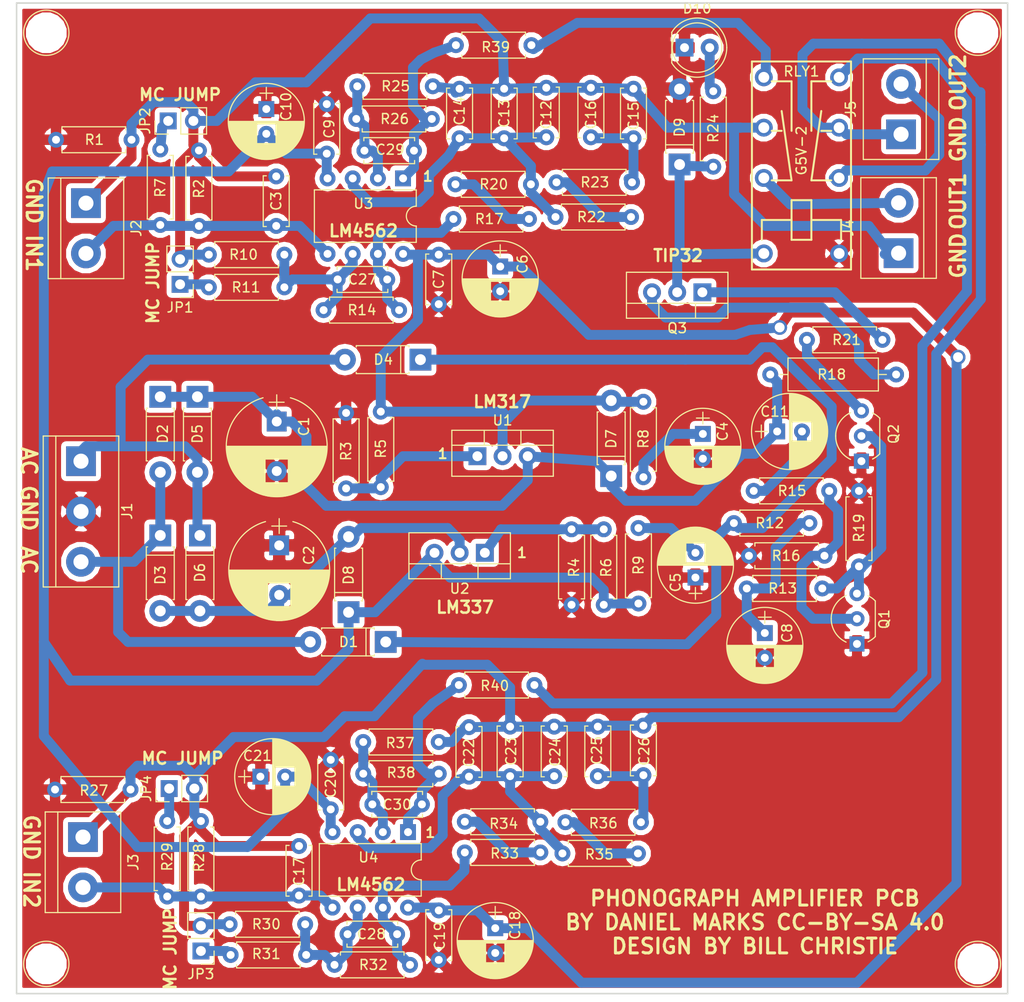
<source format=kicad_pcb>
(kicad_pcb (version 4) (host pcbnew 4.0.7)
  (layers (0 F.Cu signal) (31 B.Cu signal) (34 B.Paste user) (35 F.Paste user) (36 B.SilkS user) (37 F.SilkS user) (38 B.Mask user) (39 F.Mask user) (44 Edge.Cuts user))
  (net 0 "")
  (net 1 "Net-(C1-Pad1)")
  (net 2 GND)
  (net 3 "Net-(C2-Pad2)")
  (net 4 "Net-(C3-Pad1)")
  (net 5 GNDS1)
  (net 6 "Net-(C4-Pad1)")
  (net 7 "Net-(C5-Pad2)")
  (net 8 +15V)
  (net 9 "Net-(C8-Pad1)")
  (net 10 -15V)
  (net 11 "Net-(C11-Pad2)")
  (net 12 "Net-(C12-Pad2)")
  (net 13 "Net-(C15-Pad2)")
  (net 14 "Net-(D1-Pad1)")
  (net 15 "Net-(D1-Pad2)")
  (net 16 "Net-(D4-Pad2)")
  (net 17 "Net-(D9-Pad1)")
  (net 18 "Net-(D10-Pad2)")
  (net 19 "Net-(JP1-Pad1)")
  (net 20 "Net-(JP2-Pad1)")
  (net 21 "Net-(Q1-Pad2)")
  (net 22 "Net-(Q1-Pad3)")
  (net 23 "Net-(Q2-Pad3)")
  (net 24 "Net-(Q3-Pad1)")
  (net 25 "Net-(Q3-Pad3)")
  (net 26 "Net-(R3-Pad1)")
  (net 27 "Net-(R4-Pad2)")
  (net 28 "Net-(R17-Pad1)")
  (net 29 "Net-(R22-Pad1)")
  (net 30 "Net-(C17-Pad1)")
  (net 31 "Net-(C22-Pad2)")
  (net 32 "Net-(C25-Pad2)")
  (net 33 GNDS2)
  (net 34 "Net-(JP3-Pad1)")
  (net 35 "Net-(JP4-Pad1)")
  (net 36 "Net-(R33-Pad1)")
  (net 37 "Net-(R35-Pad1)")
  (net 38 "Net-(J4-Pad2)")
  (net 39 "Net-(J5-Pad2)")
  (net 40 "Net-(R39-Pad1)")
  (net 41 "Net-(R40-Pad1)")
  (net 42 "Net-(C27-Pad1)")
  (net 43 "Net-(C27-Pad2)")
  (net 44 "Net-(C28-Pad1)")
  (net 45 "Net-(C28-Pad2)")
  (net 46 "Net-(C29-Pad1)")
  (net 47 "Net-(C29-Pad2)")
  (net 48 "Net-(C30-Pad1)")
  (net 49 "Net-(C30-Pad2)")
  (module Capacitors_THT:CP_Radial_D10.0mm_P5.00mm (layer F.Cu) (at 80.25 79.25 270)
    (fp_text reference C1 (at 0.5 -2.75 270) (layer F.SilkS))
    (fp_text value "3300 uF")
    (pad 1 thru_hole rect (at 0 0 270) (size 2 2) (drill 1) (layers *.Cu *.Mask) (net 1 "Net-(C1-Pad1)"))
    (pad 2 thru_hole circle (at 5 0 270) (size 2 2) (drill 1) (layers *.Cu *.Mask) (net 2 GND))
  )
  (module Capacitors_THT:CP_Radial_D10.0mm_P5.00mm (layer F.Cu) (at 80.5 91.75 270)
    (fp_text reference C2 (at 1 -3 270) (layer F.SilkS))
    (fp_text value "3300 uF")
    (pad 1 thru_hole rect (at 0 0 270) (size 2 2) (drill 1) (layers *.Cu *.Mask) (net 2 GND))
    (pad 2 thru_hole circle (at 5 0 270) (size 2 2) (drill 1) (layers *.Cu *.Mask) (net 3 "Net-(C2-Pad2)"))
  )
  (module Capacitors_THT:C_Disc_D5.0mm_W2.5mm_P5.00mm (layer F.Cu) (at 80.2 59.5 90)
    (fp_text reference C3 (at 2.5 0 90) (layer F.SilkS))
    (fp_text value Cload)
    (pad 1 thru_hole circle (at 0 0 90) (size 1.6 1.6) (drill 0.8) (layers *.Cu *.Mask) (net 4 "Net-(C3-Pad1)"))
    (pad 2 thru_hole circle (at 5 0 90) (size 1.6 1.6) (drill 0.8) (layers *.Cu *.Mask) (net 5 GNDS1))
  )
  (module Capacitors_THT:CP_Radial_D7.5mm_P2.50mm (layer F.Cu) (at 123.25 80.5 270)
    (fp_text reference C4 (at -0.25 -2 270) (layer F.SilkS))
    (fp_text value "47 uF")
    (pad 1 thru_hole rect (at 0 0 270) (size 1.6 1.6) (drill 0.8) (layers *.Cu *.Mask) (net 6 "Net-(C4-Pad1)"))
    (pad 2 thru_hole circle (at 2.5 0 270) (size 1.6 1.6) (drill 0.8) (layers *.Cu *.Mask) (net 2 GND))
  )
  (module Capacitors_THT:CP_Radial_D7.5mm_P2.50mm (layer F.Cu) (at 122.5 95 90)
    (fp_text reference C5 (at -0.5 -2 90) (layer F.SilkS))
    (fp_text value "47 uF")
    (pad 1 thru_hole rect (at 0 0 90) (size 1.6 1.6) (drill 0.8) (layers *.Cu *.Mask) (net 2 GND))
    (pad 2 thru_hole circle (at 2.5 0 90) (size 1.6 1.6) (drill 0.8) (layers *.Cu *.Mask) (net 7 "Net-(C5-Pad2)"))
  )
  (module Capacitors_THT:CP_Radial_D7.5mm_P2.50mm (layer F.Cu) (at 102.8 63.6 270)
    (fp_text reference C6 (at -0.25 -2.25 270) (layer F.SilkS))
    (fp_text value "47 uF")
    (pad 1 thru_hole rect (at 0 0 270) (size 1.6 1.6) (drill 0.8) (layers *.Cu *.Mask) (net 8 +15V))
    (pad 2 thru_hole circle (at 2.5 0 270) (size 1.6 1.6) (drill 0.8) (layers *.Cu *.Mask) (net 2 GND))
  )
  (module Capacitors_THT:C_Disc_D5.0mm_W2.5mm_P5.00mm (layer F.Cu) (at 96.6 62.4 270)
    (fp_text reference C7 (at 2.5 0 270) (layer F.SilkS))
    (fp_text value "100 nF")
    (pad 1 thru_hole circle (at 0 0 270) (size 1.6 1.6) (drill 0.8) (layers *.Cu *.Mask) (net 8 +15V))
    (pad 2 thru_hole circle (at 5 0 270) (size 1.6 1.6) (drill 0.8) (layers *.Cu *.Mask) (net 2 GND))
  )
  (module Capacitors_THT:CP_Radial_D7.5mm_P2.50mm (layer F.Cu) (at 129.5 100.6 270)
    (fp_text reference C8 (at 0 -2.25 270) (layer F.SilkS))
    (fp_text value "47 uF")
    (pad 1 thru_hole rect (at 0 0 270) (size 1.6 1.6) (drill 0.8) (layers *.Cu *.Mask) (net 9 "Net-(C8-Pad1)"))
    (pad 2 thru_hole circle (at 2.5 0 270) (size 1.6 1.6) (drill 0.8) (layers *.Cu *.Mask) (net 2 GND))
  )
  (module Capacitors_THT:C_Disc_D5.0mm_W2.5mm_P5.00mm (layer F.Cu) (at 85.3 47.2 270)
    (fp_text reference C9 (at 2.5 -0.25 270) (layer F.SilkS))
    (fp_text value "100 nF")
    (pad 1 thru_hole circle (at 0 0 270) (size 1.6 1.6) (drill 0.8) (layers *.Cu *.Mask) (net 2 GND))
    (pad 2 thru_hole circle (at 5 0 270) (size 1.6 1.6) (drill 0.8) (layers *.Cu *.Mask) (net 10 -15V))
  )
  (module Capacitors_THT:CP_Radial_D7.5mm_P2.50mm (layer F.Cu) (at 79.2 47.7 270)
    (fp_text reference C10 (at -0.25 -2 270) (layer F.SilkS))
    (fp_text value "47 uF")
    (pad 1 thru_hole rect (at 0 0 270) (size 1.6 1.6) (drill 0.8) (layers *.Cu *.Mask) (net 2 GND))
    (pad 2 thru_hole circle (at 2.5 0 270) (size 1.6 1.6) (drill 0.8) (layers *.Cu *.Mask) (net 10 -15V))
  )
  (module Capacitors_THT:CP_Radial_D7.5mm_P2.50mm (layer F.Cu) (at 130.75 80.25)
    (fp_text reference C11 (at -0.25 -2) (layer F.SilkS))
    (fp_text value "15 uF")
    (pad 1 thru_hole rect (at 0 0) (size 1.6 1.6) (drill 0.8) (layers *.Cu *.Mask) (net 1 "Net-(C1-Pad1)"))
    (pad 2 thru_hole circle (at 2.5 0) (size 1.6 1.6) (drill 0.8) (layers *.Cu *.Mask) (net 11 "Net-(C11-Pad2)"))
  )
  (module Capacitors_THT:C_Disc_D5.0mm_W2.5mm_P5.00mm (layer F.Cu) (at 107.45 45.55 270)
    (fp_text reference C12 (at 2.75 0 270) (layer F.SilkS))
    (fp_text value "500 pF")
    (pad 1 thru_hole circle (at 0 0 270) (size 1.6 1.6) (drill 0.8) (layers *.Cu *.Mask) (net 5 GNDS1))
    (pad 2 thru_hole circle (at 5 0 270) (size 1.6 1.6) (drill 0.8) (layers *.Cu *.Mask) (net 12 "Net-(C12-Pad2)"))
  )
  (module Capacitors_THT:C_Disc_D5.0mm_W2.5mm_P5.00mm (layer F.Cu) (at 103.2 45.65 270)
    (fp_text reference C13 (at 2.5 0 270) (layer F.SilkS))
    (fp_text value "4.7 nF")
    (pad 1 thru_hole circle (at 0 0 270) (size 1.6 1.6) (drill 0.8) (layers *.Cu *.Mask) (net 5 GNDS1))
    (pad 2 thru_hole circle (at 5 0 270) (size 1.6 1.6) (drill 0.8) (layers *.Cu *.Mask) (net 12 "Net-(C12-Pad2)"))
  )
  (module Capacitors_THT:C_Disc_D5.0mm_W2.5mm_P5.00mm (layer F.Cu) (at 98.7 45.65 270)
    (fp_text reference C14 (at 2.25 0 270) (layer F.SilkS))
    (fp_text value "22 nF")
    (pad 1 thru_hole circle (at 0 0 270) (size 1.6 1.6) (drill 0.8) (layers *.Cu *.Mask) (net 5 GNDS1))
    (pad 2 thru_hole circle (at 5 0 270) (size 1.6 1.6) (drill 0.8) (layers *.Cu *.Mask) (net 12 "Net-(C12-Pad2)"))
  )
  (module Capacitors_THT:C_Disc_D5.0mm_W2.5mm_P5.00mm (layer F.Cu) (at 116.25 45.65 270)
    (fp_text reference C15 (at 2.75 0 270) (layer F.SilkS))
    (fp_text value "33 nF")
    (pad 1 thru_hole circle (at 0 0 270) (size 1.6 1.6) (drill 0.8) (layers *.Cu *.Mask) (net 5 GNDS1))
    (pad 2 thru_hole circle (at 5 0 270) (size 1.6 1.6) (drill 0.8) (layers *.Cu *.Mask) (net 13 "Net-(C15-Pad2)"))
  )
  (module Capacitors_THT:C_Disc_D5.0mm_W2.5mm_P5.00mm (layer F.Cu) (at 111.95 45.55 270)
    (fp_text reference C16 (at 2.7489 -0.0036 270) (layer F.SilkS))
    (fp_text value "47 nF")
    (pad 1 thru_hole circle (at 0 0 270) (size 1.6 1.6) (drill 0.8) (layers *.Cu *.Mask) (net 5 GNDS1))
    (pad 2 thru_hole circle (at 5 0 270) (size 1.6 1.6) (drill 0.8) (layers *.Cu *.Mask) (net 13 "Net-(C15-Pad2)"))
  )
  (module Diodes_THT:D_DO-41_SOD81_P7.62mm_Horizontal (layer F.Cu) (at 91.25 101.5 180)
    (fp_text reference D1 (at 3.75 0 180) (layer F.SilkS))
    (fp_text value 1N4007)
    (pad 1 thru_hole rect (at 0 0 180) (size 2.2 2.2) (drill 1.1) (layers *.Cu *.Mask) (net 14 "Net-(D1-Pad1)"))
    (pad 2 thru_hole oval (at 7.62 0 180) (size 2.2 2.2) (drill 1.1) (layers *.Cu *.Mask) (net 15 "Net-(D1-Pad2)"))
  )
  (module Diodes_THT:D_DO-41_SOD81_P7.62mm_Horizontal (layer F.Cu) (at 68.5 76.75 270)
    (fp_text reference D2 (at 3.75 -0.25 270) (layer F.SilkS))
    (fp_text value 1N4007)
    (pad 1 thru_hole rect (at 0 0 270) (size 2.2 2.2) (drill 1.1) (layers *.Cu *.Mask) (net 1 "Net-(C1-Pad1)"))
    (pad 2 thru_hole oval (at 7.62 0 270) (size 2.2 2.2) (drill 1.1) (layers *.Cu *.Mask) (net 15 "Net-(D1-Pad2)"))
  )
  (module Diodes_THT:D_DO-41_SOD81_P7.62mm_Horizontal (layer F.Cu) (at 68.5 90.75 270)
    (fp_text reference D3 (at 4 0 270) (layer F.SilkS))
    (fp_text value 1N4007)
    (pad 1 thru_hole rect (at 0 0 270) (size 2.2 2.2) (drill 1.1) (layers *.Cu *.Mask) (net 15 "Net-(D1-Pad2)"))
    (pad 2 thru_hole oval (at 7.62 0 270) (size 2.2 2.2) (drill 1.1) (layers *.Cu *.Mask) (net 3 "Net-(C2-Pad2)"))
  )
  (module Diodes_THT:D_DO-41_SOD81_P7.62mm_Horizontal (layer F.Cu) (at 94.75 73 180)
    (fp_text reference D4 (at 3.75 0 180) (layer F.SilkS))
    (fp_text value 1N4007)
    (pad 1 thru_hole rect (at 0 0 180) (size 2.2 2.2) (drill 1.1) (layers *.Cu *.Mask) (net 14 "Net-(D1-Pad1)"))
    (pad 2 thru_hole oval (at 7.62 0 180) (size 2.2 2.2) (drill 1.1) (layers *.Cu *.Mask) (net 16 "Net-(D4-Pad2)"))
  )
  (module Diodes_THT:D_DO-41_SOD81_P7.62mm_Horizontal (layer F.Cu) (at 72.25 76.75 270)
    (fp_text reference D5 (at 3.75 0 270) (layer F.SilkS))
    (fp_text value 1N4007)
    (pad 1 thru_hole rect (at 0 0 270) (size 2.2 2.2) (drill 1.1) (layers *.Cu *.Mask) (net 1 "Net-(C1-Pad1)"))
    (pad 2 thru_hole oval (at 7.62 0 270) (size 2.2 2.2) (drill 1.1) (layers *.Cu *.Mask) (net 16 "Net-(D4-Pad2)"))
  )
  (module Diodes_THT:D_DO-41_SOD81_P7.62mm_Horizontal (layer F.Cu) (at 72.5 90.75 270)
    (fp_text reference D6 (at 3.75 0 270) (layer F.SilkS))
    (fp_text value 1N4007)
    (pad 1 thru_hole rect (at 0 0 270) (size 2.2 2.2) (drill 1.1) (layers *.Cu *.Mask) (net 16 "Net-(D4-Pad2)"))
    (pad 2 thru_hole oval (at 7.62 0 270) (size 2.2 2.2) (drill 1.1) (layers *.Cu *.Mask) (net 3 "Net-(C2-Pad2)"))
  )
  (module Diodes_THT:D_DO-41_SOD81_P7.62mm_Horizontal (layer F.Cu) (at 114 84.75 90)
    (fp_text reference D7 (at 3.75 0 90) (layer F.SilkS))
    (fp_text value 1N4007)
    (pad 1 thru_hole rect (at 0 0 90) (size 2.2 2.2) (drill 1.1) (layers *.Cu *.Mask) (net 1 "Net-(C1-Pad1)"))
    (pad 2 thru_hole oval (at 7.62 0 90) (size 2.2 2.2) (drill 1.1) (layers *.Cu *.Mask) (net 8 +15V))
  )
  (module Diodes_THT:D_DO-41_SOD81_P7.62mm_Horizontal (layer F.Cu) (at 87.5 98.5 90)
    (fp_text reference D8 (at 3.75 0 90) (layer F.SilkS))
    (fp_text value 1N4007)
    (pad 1 thru_hole rect (at 0 0 90) (size 2.2 2.2) (drill 1.1) (layers *.Cu *.Mask) (net 10 -15V))
    (pad 2 thru_hole oval (at 7.62 0 90) (size 2.2 2.2) (drill 1.1) (layers *.Cu *.Mask) (net 3 "Net-(C2-Pad2)"))
  )
  (module Diodes_THT:D_DO-41_SOD81_P7.62mm_Horizontal (layer F.Cu) (at 120.9 53.3 90)
    (fp_text reference D9 (at 3.75 0 90) (layer F.SilkS))
    (fp_text value 1N4007)
    (pad 1 thru_hole rect (at 0 0 90) (size 2.2 2.2) (drill 1.1) (layers *.Cu *.Mask) (net 17 "Net-(D9-Pad1)"))
    (pad 2 thru_hole oval (at 7.62 0 90) (size 2.2 2.2) (drill 1.1) (layers *.Cu *.Mask) (net 2 GND))
  )
  (module LEDs:LED_D5.0mm (layer F.Cu) (at 121.4 41.5)
    (fp_text reference D10 (at 1.27 -3.96) (layer F.SilkS))
    (fp_text value LED)
    (pad 1 thru_hole rect (at 0 0) (size 1.8 1.8) (drill 0.9) (layers *.Cu *.Mask) (net 2 GND))
    (pad 2 thru_hole circle (at 2.54 0) (size 1.8 1.8) (drill 0.9) (layers *.Cu *.Mask) (net 18 "Net-(D10-Pad2)"))
  )
  (module Connectors_Terminal_Blocks:TerminalBlock_bornier-3_P5.08mm (layer F.Cu) (at 60.5 83.25 270)
    (fp_text reference J1 (at 5.05 -4.65 270) (layer F.SilkS))
    (fp_text value Conn_01x03)
    (pad 1 thru_hole rect (at 0 0 270) (size 3 3) (drill 1.52) (layers *.Cu *.Mask) (net 16 "Net-(D4-Pad2)"))
    (pad 2 thru_hole circle (at 5.08 0 270) (size 3 3) (drill 1.52) (layers *.Cu *.Mask) (net 2 GND))
    (pad 3 thru_hole circle (at 10.16 0 270) (size 3 3) (drill 1.52) (layers *.Cu *.Mask) (net 15 "Net-(D1-Pad2)"))
  )
  (module Connectors_Terminal_Blocks:TerminalBlock_bornier-2_P5.08mm (layer F.Cu) (at 61 57.2 270)
    (fp_text reference J2 (at 2.54 -5.08 270) (layer F.SilkS))
    (fp_text value Conn_01x02)
    (pad 1 thru_hole rect (at 0 0 270) (size 3 3) (drill 1.52) (layers *.Cu *.Mask) (net 5 GNDS1))
    (pad 2 thru_hole circle (at 5.08 0 270) (size 3 3) (drill 1.52) (layers *.Cu *.Mask) (net 4 "Net-(C3-Pad1)"))
  )
  (module Pin_Headers:Pin_Header_Straight_1x02_Pitch2.54mm (layer F.Cu) (at 70.5 65.4 180)
    (fp_text reference JP1 (at 0 -2.33 180) (layer F.SilkS))
    (fp_text value NO)
    (pad 1 thru_hole rect (at 0 0 180) (size 1.7 1.7) (drill 1) (layers *.Cu *.Mask) (net 19 "Net-(JP1-Pad1)"))
    (pad 2 thru_hole oval (at 0 2.54 180) (size 1.7 1.7) (drill 1) (layers *.Cu *.Mask) (net 5 GNDS1))
  )
  (module Pin_Headers:Pin_Header_Straight_1x02_Pitch2.54mm (layer F.Cu) (at 69.3 48.9 90)
    (fp_text reference JP2 (at 0 -2.33 90) (layer F.SilkS))
    (fp_text value NO)
    (pad 1 thru_hole rect (at 0 0 90) (size 1.7 1.7) (drill 1) (layers *.Cu *.Mask) (net 20 "Net-(JP2-Pad1)"))
    (pad 2 thru_hole oval (at 0 2.54 90) (size 1.7 1.7) (drill 1) (layers *.Cu *.Mask) (net 5 GNDS1))
  )
  (module TO_SOT_Packages_THT:TO-220-3_Vertical (layer F.Cu) (at 123.2 66.2 180)
    (fp_text reference Q3 (at 2.54 -3.62 180) (layer F.SilkS))
    (fp_text value TIP32)
    (pad 1 thru_hole rect (at 0 0 180) (size 1.8 1.8) (drill 1) (layers *.Cu *.Mask) (net 24 "Net-(Q3-Pad1)"))
    (pad 2 thru_hole oval (at 2.54 0 180) (size 1.8 1.8) (drill 1) (layers *.Cu *.Mask) (net 17 "Net-(D9-Pad1)"))
    (pad 3 thru_hole oval (at 5.08 0 180) (size 1.8 1.8) (drill 1) (layers *.Cu *.Mask) (net 25 "Net-(Q3-Pad3)"))
  )
  (module Resistors_THT:R_Axial_DIN0207_L6.3mm_D2.5mm_P7.62mm_Horizontal (layer F.Cu) (at 65.6 50.8 180)
    (fp_text reference R1 (at 3.75 0 180) (layer F.SilkS))
    (fp_text value 10R)
    (pad 1 thru_hole circle (at 0 0 180) (size 1.6 1.6) (drill 0.8) (layers *.Cu *.Mask) (net 5 GNDS1))
    (pad 2 thru_hole oval (at 7.62 0 180) (size 1.6 1.6) (drill 0.8) (layers *.Cu *.Mask) (net 2 GND))
  )
  (module Resistors_THT:R_Axial_DIN0207_L6.3mm_D2.5mm_P7.62mm_Horizontal (layer F.Cu) (at 72.4 59.5 90)
    (fp_text reference R2 (at 3.75 0 90) (layer F.SilkS))
    (fp_text value 47k)
    (pad 1 thru_hole circle (at 0 0 90) (size 1.6 1.6) (drill 0.8) (layers *.Cu *.Mask) (net 4 "Net-(C3-Pad1)"))
    (pad 2 thru_hole oval (at 7.62 0 90) (size 1.6 1.6) (drill 0.8) (layers *.Cu *.Mask) (net 5 GNDS1))
  )
  (module Resistors_THT:R_Axial_DIN0207_L6.3mm_D2.5mm_P7.62mm_Horizontal (layer F.Cu) (at 87.25 86 90)
    (fp_text reference R3 (at 3.75 0 90) (layer F.SilkS))
    (fp_text value 4k7)
    (pad 1 thru_hole circle (at 0 0 90) (size 1.6 1.6) (drill 0.8) (layers *.Cu *.Mask) (net 26 "Net-(R3-Pad1)"))
    (pad 2 thru_hole oval (at 7.62 0 90) (size 1.6 1.6) (drill 0.8) (layers *.Cu *.Mask) (net 2 GND))
  )
  (module Resistors_THT:R_Axial_DIN0207_L6.3mm_D2.5mm_P7.62mm_Horizontal (layer F.Cu) (at 110 97.75 90)
    (fp_text reference R4 (at 3.75 0.25 90) (layer F.SilkS))
    (fp_text value 4k7)
    (pad 1 thru_hole circle (at 0 0 90) (size 1.6 1.6) (drill 0.8) (layers *.Cu *.Mask) (net 2 GND))
    (pad 2 thru_hole oval (at 7.62 0 90) (size 1.6 1.6) (drill 0.8) (layers *.Cu *.Mask) (net 27 "Net-(R4-Pad2)"))
  )
  (module Resistors_THT:R_Axial_DIN0207_L6.3mm_D2.5mm_P7.62mm_Horizontal (layer F.Cu) (at 90.75 78.25 270)
    (fp_text reference R5 (at 3.75 0 270) (layer F.SilkS))
    (fp_text value 470R)
    (pad 1 thru_hole circle (at 0 0 270) (size 1.6 1.6) (drill 0.8) (layers *.Cu *.Mask) (net 8 +15V))
    (pad 2 thru_hole oval (at 7.62 0 270) (size 1.6 1.6) (drill 0.8) (layers *.Cu *.Mask) (net 26 "Net-(R3-Pad1)"))
  )
  (module Resistors_THT:R_Axial_DIN0207_L6.3mm_D2.5mm_P7.62mm_Horizontal (layer F.Cu) (at 113.25 97.75 90)
    (fp_text reference R6 (at 3.75 0.25 90) (layer F.SilkS))
    (fp_text value 470R)
    (pad 1 thru_hole circle (at 0 0 90) (size 1.6 1.6) (drill 0.8) (layers *.Cu *.Mask) (net 10 -15V))
    (pad 2 thru_hole oval (at 7.62 0 90) (size 1.6 1.6) (drill 0.8) (layers *.Cu *.Mask) (net 27 "Net-(R4-Pad2)"))
  )
  (module Resistors_THT:R_Axial_DIN0207_L6.3mm_D2.5mm_P7.62mm_Horizontal (layer F.Cu) (at 68.5 59.4 90)
    (fp_text reference R7 (at 3.75 0 90) (layer F.SilkS))
    (fp_text value MC)
    (pad 1 thru_hole circle (at 0 0 90) (size 1.6 1.6) (drill 0.8) (layers *.Cu *.Mask) (net 4 "Net-(C3-Pad1)"))
    (pad 2 thru_hole oval (at 7.62 0 90) (size 1.6 1.6) (drill 0.8) (layers *.Cu *.Mask) (net 20 "Net-(JP2-Pad1)"))
  )
  (module Resistors_THT:R_Axial_DIN0207_L6.3mm_D2.5mm_P7.62mm_Horizontal (layer F.Cu) (at 117.25 77.25 270)
    (fp_text reference R8 (at 3.75 0 270) (layer F.SilkS))
    (fp_text value 2R7)
    (pad 1 thru_hole circle (at 0 0 270) (size 1.6 1.6) (drill 0.8) (layers *.Cu *.Mask) (net 8 +15V))
    (pad 2 thru_hole oval (at 7.62 0 270) (size 1.6 1.6) (drill 0.8) (layers *.Cu *.Mask) (net 6 "Net-(C4-Pad1)"))
  )
  (module Resistors_THT:R_Axial_DIN0207_L6.3mm_D2.5mm_P7.62mm_Horizontal (layer F.Cu) (at 116.75 90 270)
    (fp_text reference R9 (at 3.75 0 270) (layer F.SilkS))
    (fp_text value 2R7)
    (pad 1 thru_hole circle (at 0 0 270) (size 1.6 1.6) (drill 0.8) (layers *.Cu *.Mask) (net 7 "Net-(C5-Pad2)"))
    (pad 2 thru_hole oval (at 7.62 0 270) (size 1.6 1.6) (drill 0.8) (layers *.Cu *.Mask) (net 10 -15V))
  )
  (module Resistors_THT:R_Axial_DIN0207_L6.3mm_D2.5mm_P7.62mm_Horizontal (layer F.Cu) (at 73.4 62.4)
    (fp_text reference R10 (at 3.5 0) (layer F.SilkS))
    (fp_text value 150R)
    (pad 1 thru_hole circle (at 0 0) (size 1.6 1.6) (drill 0.8) (layers *.Cu *.Mask) (net 5 GNDS1))
    (pad 2 thru_hole oval (at 7.62 0) (size 1.6 1.6) (drill 0.8) (layers *.Cu *.Mask) (net 42 "Net-(C27-Pad1)"))
  )
  (module Resistors_THT:R_Axial_DIN0207_L6.3mm_D2.5mm_P7.62mm_Horizontal (layer F.Cu) (at 73.4 65.7)
    (fp_text reference R11 (at 3.75 0) (layer F.SilkS))
    (fp_text value 16R2)
    (pad 1 thru_hole circle (at 0 0) (size 1.6 1.6) (drill 0.8) (layers *.Cu *.Mask) (net 19 "Net-(JP1-Pad1)"))
    (pad 2 thru_hole oval (at 7.62 0) (size 1.6 1.6) (drill 0.8) (layers *.Cu *.Mask) (net 42 "Net-(C27-Pad1)"))
  )
  (module Resistors_THT:R_Axial_DIN0207_L6.3mm_D2.5mm_P7.62mm_Horizontal (layer F.Cu) (at 134 89.5 180)
    (fp_text reference R12 (at 4 0 180) (layer F.SilkS))
    (fp_text value 200k)
    (pad 1 thru_hole circle (at 0 0 180) (size 1.6 1.6) (drill 0.8) (layers *.Cu *.Mask) (net 9 "Net-(C8-Pad1)"))
    (pad 2 thru_hole oval (at 7.62 0 180) (size 1.6 1.6) (drill 0.8) (layers *.Cu *.Mask) (net 14 "Net-(D1-Pad1)"))
  )
  (module Resistors_THT:R_Axial_DIN0207_L6.3mm_D2.5mm_P7.62mm_Horizontal (layer F.Cu) (at 135.3 96.1 180)
    (fp_text reference R13 (at 4 0 180) (layer F.SilkS))
    (fp_text value 4k7)
    (pad 1 thru_hole circle (at 0 0 180) (size 1.6 1.6) (drill 0.8) (layers *.Cu *.Mask) (net 22 "Net-(Q1-Pad3)"))
    (pad 2 thru_hole oval (at 7.62 0 180) (size 1.6 1.6) (drill 0.8) (layers *.Cu *.Mask) (net 9 "Net-(C8-Pad1)"))
  )
  (module Resistors_THT:R_Axial_DIN0207_L6.3mm_D2.5mm_P7.62mm_Horizontal (layer F.Cu) (at 92.6 68 180)
    (fp_text reference R14 (at 3.75 0 180) (layer F.SilkS))
    (fp_text value 3k32)
    (pad 1 thru_hole circle (at 0 0 180) (size 1.6 1.6) (drill 0.8) (layers *.Cu *.Mask) (net 43 "Net-(C27-Pad2)"))
    (pad 2 thru_hole oval (at 7.62 0 180) (size 1.6 1.6) (drill 0.8) (layers *.Cu *.Mask) (net 42 "Net-(C27-Pad1)"))
  )
  (module Resistors_THT:R_Axial_DIN0207_L6.3mm_D2.5mm_P7.62mm_Horizontal (layer F.Cu) (at 136 86.25 180)
    (fp_text reference R15 (at 3.75 0 180) (layer F.SilkS))
    (fp_text value 10k)
    (pad 1 thru_hole circle (at 0 0 180) (size 1.6 1.6) (drill 0.8) (layers *.Cu *.Mask) (net 21 "Net-(Q1-Pad2)"))
    (pad 2 thru_hole oval (at 7.62 0 180) (size 1.6 1.6) (drill 0.8) (layers *.Cu *.Mask) (net 11 "Net-(C11-Pad2)"))
  )
  (module Resistors_THT:R_Axial_DIN0207_L6.3mm_D2.5mm_P7.62mm_Horizontal (layer F.Cu) (at 127.9 92.8)
    (fp_text reference R16 (at 3.75 0) (layer F.SilkS))
    (fp_text value 10R)
    (pad 1 thru_hole circle (at 0 0) (size 1.6 1.6) (drill 0.8) (layers *.Cu *.Mask) (net 2 GND))
    (pad 2 thru_hole oval (at 7.62 0) (size 1.6 1.6) (drill 0.8) (layers *.Cu *.Mask) (net 21 "Net-(Q1-Pad2)"))
  )
  (module Resistors_THT:R_Axial_DIN0207_L6.3mm_D2.5mm_P7.62mm_Horizontal (layer F.Cu) (at 105.7 58.8 180)
    (fp_text reference R17 (at 4 0 180) (layer F.SilkS))
    (fp_text value 26k1)
    (pad 1 thru_hole circle (at 0 0 180) (size 1.6 1.6) (drill 0.8) (layers *.Cu *.Mask) (net 28 "Net-(R17-Pad1)"))
    (pad 2 thru_hole oval (at 7.62 0 180) (size 1.6 1.6) (drill 0.8) (layers *.Cu *.Mask) (net 43 "Net-(C27-Pad2)"))
  )
  (module Resistors_THT:R_Axial_DIN0207_L6.3mm_D2.5mm_P7.62mm_Horizontal (layer F.Cu) (at 139 86.25 270)
    (fp_text reference R19 (at 3.75 0 270) (layer F.SilkS))
    (fp_text value 47k)
    (pad 1 thru_hole circle (at 0 0 270) (size 1.6 1.6) (drill 0.8) (layers *.Cu *.Mask) (net 2 GND))
    (pad 2 thru_hole oval (at 7.62 0 270) (size 1.6 1.6) (drill 0.8) (layers *.Cu *.Mask) (net 22 "Net-(Q1-Pad3)"))
  )
  (module Resistors_THT:R_Axial_DIN0207_L6.3mm_D2.5mm_P7.62mm_Horizontal (layer F.Cu) (at 105.9 55.3 180)
    (fp_text reference R20 (at 3.75 0 180) (layer F.SilkS))
    (fp_text value 909R)
    (pad 1 thru_hole circle (at 0 0 180) (size 1.6 1.6) (drill 0.8) (layers *.Cu *.Mask) (net 12 "Net-(C12-Pad2)"))
    (pad 2 thru_hole oval (at 7.62 0 180) (size 1.6 1.6) (drill 0.8) (layers *.Cu *.Mask) (net 28 "Net-(R17-Pad1)"))
  )
  (module Resistors_THT:R_Axial_DIN0207_L6.3mm_D2.5mm_P7.62mm_Horizontal (layer F.Cu) (at 133.75 71)
    (fp_text reference R21 (at 4 0) (layer F.SilkS))
    (fp_text value 4k7)
    (pad 1 thru_hole circle (at 0 0) (size 1.6 1.6) (drill 0.8) (layers *.Cu *.Mask) (net 23 "Net-(Q2-Pad3)"))
    (pad 2 thru_hole oval (at 7.62 0) (size 1.6 1.6) (drill 0.8) (layers *.Cu *.Mask) (net 24 "Net-(Q3-Pad1)"))
  )
  (module Resistors_THT:R_Axial_DIN0207_L6.3mm_D2.5mm_P7.62mm_Horizontal (layer F.Cu) (at 116 58.6 180)
    (fp_text reference R22 (at 4 0 180) (layer F.SilkS))
    (fp_text value 3k83)
    (pad 1 thru_hole circle (at 0 0 180) (size 1.6 1.6) (drill 0.8) (layers *.Cu *.Mask) (net 29 "Net-(R22-Pad1)"))
    (pad 2 thru_hole oval (at 7.62 0 180) (size 1.6 1.6) (drill 0.8) (layers *.Cu *.Mask) (net 12 "Net-(C12-Pad2)"))
  )
  (module Resistors_THT:R_Axial_DIN0207_L6.3mm_D2.5mm_P7.62mm_Horizontal (layer F.Cu) (at 116.1 55.1 180)
    (fp_text reference R23 (at 3.75 0 180) (layer F.SilkS))
    (fp_text value 100R)
    (pad 1 thru_hole circle (at 0 0 180) (size 1.6 1.6) (drill 0.8) (layers *.Cu *.Mask) (net 13 "Net-(C15-Pad2)"))
    (pad 2 thru_hole oval (at 7.62 0 180) (size 1.6 1.6) (drill 0.8) (layers *.Cu *.Mask) (net 29 "Net-(R22-Pad1)"))
  )
  (module Resistors_THT:R_Axial_DIN0207_L6.3mm_D2.5mm_P7.62mm_Horizontal (layer F.Cu) (at 124.3 45.9 270)
    (fp_text reference R24 (at 3.75 0 270) (layer F.SilkS))
    (fp_text value 1k)
    (pad 1 thru_hole circle (at 0 0 270) (size 1.6 1.6) (drill 0.8) (layers *.Cu *.Mask) (net 18 "Net-(D10-Pad2)"))
    (pad 2 thru_hole oval (at 7.62 0 270) (size 1.6 1.6) (drill 0.8) (layers *.Cu *.Mask) (net 17 "Net-(D9-Pad1)"))
  )
  (module Resistors_THT:R_Axial_DIN0207_L6.3mm_D2.5mm_P7.62mm_Horizontal (layer F.Cu) (at 96 45.4 180)
    (fp_text reference R25 (at 3.75 0 180) (layer F.SilkS))
    (fp_text value 150R)
    (pad 1 thru_hole circle (at 0 0 180) (size 1.6 1.6) (drill 0.8) (layers *.Cu *.Mask) (net 5 GNDS1))
    (pad 2 thru_hole oval (at 7.62 0 180) (size 1.6 1.6) (drill 0.8) (layers *.Cu *.Mask) (net 46 "Net-(C29-Pad1)"))
  )
  (module Resistors_THT:R_Axial_DIN0207_L6.3mm_D2.5mm_P7.62mm_Horizontal (layer F.Cu) (at 95.9 48.7 180)
    (fp_text reference R26 (at 3.75 0 180) (layer F.SilkS))
    (fp_text value 3k32)
    (pad 1 thru_hole circle (at 0 0 180) (size 1.6 1.6) (drill 0.8) (layers *.Cu *.Mask) (net 47 "Net-(C29-Pad2)"))
    (pad 2 thru_hole oval (at 7.62 0 180) (size 1.6 1.6) (drill 0.8) (layers *.Cu *.Mask) (net 46 "Net-(C29-Pad1)"))
  )
  (module PhonoPreamp:G2VRelay (layer F.Cu) (at 133.2 59.9 90)
    (fp_text reference RLY1 (at 16 0 180) (layer F.SilkS))
    (fp_text value DPDTRelay)
    (fp_text user G5V-2 (at 8 0 90) (layer F.SilkS))
    (pad 2 thru_hole circle (at 5.24 -3.8 90) (size 1.8 1.8) (drill 1.1) (layers *.Cu *.Mask) (net 38 "Net-(J4-Pad2)"))
    (pad 4 thru_hole circle (at 15.4 -3.8 90) (size 1.8 1.8) (drill 1.1) (layers *.Cu *.Mask) (net 40 "Net-(R39-Pad1)"))
    (pad 3 thru_hole circle (at 10.32 -3.8 90) (size 1.8 1.8) (drill 1.1) (layers *.Cu *.Mask) (net 5 GNDS1))
    (pad 7 thru_hole circle (at 10.32 3.8 90) (size 1.8 1.8) (drill 1.1) (layers *.Cu *.Mask) (net 33 GNDS2))
    (pad 6 thru_hole circle (at 5.24 3.8 90) (size 1.8 1.8) (drill 1.1) (layers *.Cu *.Mask) (net 39 "Net-(J5-Pad2)"))
    (pad 8 thru_hole circle (at 15.4 3.8 90) (size 1.8 1.8) (drill 1.1) (layers *.Cu *.Mask) (net 41 "Net-(R40-Pad1)"))
    (pad 1 thru_hole circle (at -2.38 -3.8 90) (size 1.8 1.8) (drill 1.1) (layers *.Cu *.Mask) (net 17 "Net-(D9-Pad1)"))
    (pad 5 thru_hole circle (at -2.38 3.8 90) (size 1.8 1.8) (drill 1.1) (layers *.Cu *.Mask) (net 2 GND))
  )
  (module TO_SOT_Packages_THT:TO-220-3_Vertical (layer F.Cu) (at 100.5 82.75)
    (fp_text reference U1 (at 2.54 -3.62) (layer F.SilkS))
    (fp_text value LM317)
    (pad 1 thru_hole rect (at 0 0) (size 1.8 1.8) (drill 1) (layers *.Cu *.Mask) (net 26 "Net-(R3-Pad1)"))
    (pad 2 thru_hole oval (at 2.54 0) (size 1.8 1.8) (drill 1) (layers *.Cu *.Mask) (net 8 +15V))
    (pad 3 thru_hole oval (at 5.08 0) (size 1.8 1.8) (drill 1) (layers *.Cu *.Mask) (net 1 "Net-(C1-Pad1)"))
  )
  (module TO_SOT_Packages_THT:TO-220-3_Vertical (layer F.Cu) (at 101.25 92.5 180)
    (fp_text reference U2 (at 2.54 -3.62 180) (layer F.SilkS))
    (fp_text value LM337)
    (pad 1 thru_hole rect (at 0 0 180) (size 1.8 1.8) (drill 1) (layers *.Cu *.Mask) (net 27 "Net-(R4-Pad2)"))
    (pad 2 thru_hole oval (at 2.54 0 180) (size 1.8 1.8) (drill 1) (layers *.Cu *.Mask) (net 3 "Net-(C2-Pad2)"))
    (pad 3 thru_hole oval (at 5.08 0 180) (size 1.8 1.8) (drill 1) (layers *.Cu *.Mask) (net 10 -15V))
  )
  (module Housings_DIP:DIP-8_W7.62mm (layer F.Cu) (at 93 54.7 270)
    (fp_text reference U3 (at 2.55 4 360) (layer F.SilkS))
    (fp_text value LM4562)
    (pad 1 thru_hole rect (at 0 0 270) (size 1.6 1.6) (drill 0.8) (layers *.Cu *.Mask) (net 47 "Net-(C29-Pad2)"))
    (pad 5 thru_hole oval (at 7.62 7.62 270) (size 1.6 1.6) (drill 0.8) (layers *.Cu *.Mask) (net 4 "Net-(C3-Pad1)"))
    (pad 2 thru_hole oval (at 0 2.54 270) (size 1.6 1.6) (drill 0.8) (layers *.Cu *.Mask) (net 46 "Net-(C29-Pad1)"))
    (pad 6 thru_hole oval (at 7.62 5.08 270) (size 1.6 1.6) (drill 0.8) (layers *.Cu *.Mask) (net 42 "Net-(C27-Pad1)"))
    (pad 3 thru_hole oval (at 0 5.08 270) (size 1.6 1.6) (drill 0.8) (layers *.Cu *.Mask) (net 12 "Net-(C12-Pad2)"))
    (pad 7 thru_hole oval (at 7.62 2.54 270) (size 1.6 1.6) (drill 0.8) (layers *.Cu *.Mask) (net 43 "Net-(C27-Pad2)"))
    (pad 4 thru_hole oval (at 0 7.62 270) (size 1.6 1.6) (drill 0.8) (layers *.Cu *.Mask) (net 10 -15V))
    (pad 8 thru_hole oval (at 7.62 0 270) (size 1.6 1.6) (drill 0.8) (layers *.Cu *.Mask) (net 8 +15V))
  )
  (module TO_SOT_Packages_THT:TO-92_Inline_Wide (layer F.Cu) (at 138.8 101.7 90)
    (fp_text reference Q1 (at 2.5 2.75 270) (layer F.SilkS))
    (fp_text value 2N5551)
    (pad 2 thru_hole circle (at 2.54 0 180) (size 1.52 1.52) (drill 0.8) (layers *.Cu *.Mask) (net 21 "Net-(Q1-Pad2)"))
    (pad 3 thru_hole circle (at 5.08 0 180) (size 1.52 1.52) (drill 0.8) (layers *.Cu *.Mask) (net 22 "Net-(Q1-Pad3)"))
    (pad 1 thru_hole rect (at 0 0 180) (size 1.52 1.52) (drill 0.8) (layers *.Cu *.Mask) (net 2 GND))
  )
  (module TO_SOT_Packages_THT:TO-92_Inline_Wide (layer F.Cu) (at 139.25 83.25 90)
    (fp_text reference Q2 (at 2.75 3.25 270) (layer F.SilkS))
    (fp_text value 2N5551)
    (pad 2 thru_hole circle (at 2.54 0 180) (size 1.52 1.52) (drill 0.8) (layers *.Cu *.Mask) (net 22 "Net-(Q1-Pad3)"))
    (pad 3 thru_hole circle (at 5.08 0 180) (size 1.52 1.52) (drill 0.8) (layers *.Cu *.Mask) (net 23 "Net-(Q2-Pad3)"))
    (pad 1 thru_hole rect (at 0 0 180) (size 1.52 1.52) (drill 0.8) (layers *.Cu *.Mask) (net 2 GND))
  )
  (module Resistors_THT:R_Axial_DIN0309_L9.0mm_D3.2mm_P12.70mm_Horizontal (layer F.Cu) (at 142.75 74.5 180)
    (fp_text reference R18 (at 6.5 0 180) (layer F.SilkS))
    (fp_text value 470R)
    (pad 1 thru_hole circle (at 0 0 180) (size 1.6 1.6) (drill 0.8) (layers *.Cu *.Mask) (net 25 "Net-(Q3-Pad3)"))
    (pad 2 thru_hole oval (at 12.7 0 180) (size 1.6 1.6) (drill 0.8) (layers *.Cu *.Mask) (net 1 "Net-(C1-Pad1)"))
  )
  (module Capacitors_THT:C_Disc_D5.0mm_W2.5mm_P5.00mm (layer F.Cu) (at 82.5 127.1 90)
    (fp_text reference C17 (at 2.4 0 90) (layer F.SilkS))
    (fp_text value Cload)
    (pad 1 thru_hole circle (at 0 0 90) (size 1.6 1.6) (drill 0.8) (layers *.Cu *.Mask) (net 30 "Net-(C17-Pad1)"))
    (pad 2 thru_hole circle (at 5 0 90) (size 1.6 1.6) (drill 0.8) (layers *.Cu *.Mask) (net 33 GNDS2))
  )
  (module Capacitors_THT:CP_Radial_D7.5mm_P2.50mm (layer F.Cu) (at 102.3 130.4 270)
    (fp_text reference C18 (at -0.3 -2 270) (layer F.SilkS))
    (fp_text value "47 uF")
    (pad 1 thru_hole rect (at 0 0 270) (size 1.6 1.6) (drill 0.8) (layers *.Cu *.Mask) (net 8 +15V))
    (pad 2 thru_hole circle (at 2.5 0 270) (size 1.6 1.6) (drill 0.8) (layers *.Cu *.Mask) (net 2 GND))
  )
  (module Capacitors_THT:C_Disc_D5.0mm_W2.5mm_P5.00mm (layer F.Cu) (at 96.6 128.6 270)
    (fp_text reference C19 (at 2.6 -0.1 270) (layer F.SilkS))
    (fp_text value "100 nF")
    (pad 1 thru_hole circle (at 0 0 270) (size 1.6 1.6) (drill 0.8) (layers *.Cu *.Mask) (net 8 +15V))
    (pad 2 thru_hole circle (at 5 0 270) (size 1.6 1.6) (drill 0.8) (layers *.Cu *.Mask) (net 2 GND))
  )
  (module Capacitors_THT:C_Disc_D5.0mm_W2.5mm_P5.00mm (layer F.Cu) (at 85.7 113.4 270)
    (fp_text reference C20 (at 2.4 0 270) (layer F.SilkS))
    (fp_text value "100 nF")
    (pad 1 thru_hole circle (at 0 0 270) (size 1.6 1.6) (drill 0.8) (layers *.Cu *.Mask) (net 2 GND))
    (pad 2 thru_hole circle (at 5 0 270) (size 1.6 1.6) (drill 0.8) (layers *.Cu *.Mask) (net 10 -15V))
  )
  (module Capacitors_THT:CP_Radial_D7.5mm_P2.50mm (layer F.Cu) (at 78.6 115.1)
    (fp_text reference C21 (at -0.3 -2.1) (layer F.SilkS))
    (fp_text value "47 uF")
    (pad 1 thru_hole rect (at 0 0) (size 1.6 1.6) (drill 0.8) (layers *.Cu *.Mask) (net 2 GND))
    (pad 2 thru_hole circle (at 2.5 0) (size 1.6 1.6) (drill 0.8) (layers *.Cu *.Mask) (net 10 -15V))
  )
  (module Capacitors_THT:C_Disc_D5.0mm_W2.5mm_P5.00mm (layer F.Cu) (at 99.65 110.1 270)
    (fp_text reference C22 (at 2.6 0 270) (layer F.SilkS))
    (fp_text value "500 pF")
    (pad 1 thru_hole circle (at 0 0 270) (size 1.6 1.6) (drill 0.8) (layers *.Cu *.Mask) (net 33 GNDS2))
    (pad 2 thru_hole circle (at 5 0 270) (size 1.6 1.6) (drill 0.8) (layers *.Cu *.Mask) (net 31 "Net-(C22-Pad2)"))
  )
  (module Capacitors_THT:C_Disc_D5.0mm_W2.5mm_P5.00mm (layer F.Cu) (at 103.8 110.05 270)
    (fp_text reference C23 (at 2.5 -0.1 270) (layer F.SilkS))
    (fp_text value "4.7 nF")
    (pad 1 thru_hole circle (at 0 0 270) (size 1.6 1.6) (drill 0.8) (layers *.Cu *.Mask) (net 33 GNDS2))
    (pad 2 thru_hole circle (at 5 0 270) (size 1.6 1.6) (drill 0.8) (layers *.Cu *.Mask) (net 31 "Net-(C22-Pad2)"))
  )
  (module Capacitors_THT:C_Disc_D5.0mm_W2.5mm_P5.00mm (layer F.Cu) (at 108.25 110.05 270)
    (fp_text reference C24 (at 2.6 -0.1 270) (layer F.SilkS))
    (fp_text value "22 nF")
    (pad 1 thru_hole circle (at 0 0 270) (size 1.6 1.6) (drill 0.8) (layers *.Cu *.Mask) (net 33 GNDS2))
    (pad 2 thru_hole circle (at 5 0 270) (size 1.6 1.6) (drill 0.8) (layers *.Cu *.Mask) (net 31 "Net-(C22-Pad2)"))
  )
  (module Capacitors_THT:C_Disc_D5.0mm_W2.5mm_P5.00mm (layer F.Cu) (at 112.65 110.05 270)
    (fp_text reference C25 (at 2.4 0.1 270) (layer F.SilkS))
    (fp_text value "33 nF")
    (pad 1 thru_hole circle (at 0 0 270) (size 1.6 1.6) (drill 0.8) (layers *.Cu *.Mask) (net 33 GNDS2))
    (pad 2 thru_hole circle (at 5 0 270) (size 1.6 1.6) (drill 0.8) (layers *.Cu *.Mask) (net 32 "Net-(C25-Pad2)"))
  )
  (module Capacitors_THT:C_Disc_D5.0mm_W2.5mm_P5.00mm (layer F.Cu) (at 117.25 109.95 270)
    (fp_text reference C26 (at 2.6 -0.075001 270) (layer F.SilkS))
    (fp_text value "47 nF")
    (pad 1 thru_hole circle (at 0 0 270) (size 1.6 1.6) (drill 0.8) (layers *.Cu *.Mask) (net 33 GNDS2))
    (pad 2 thru_hole circle (at 5 0 270) (size 1.6 1.6) (drill 0.8) (layers *.Cu *.Mask) (net 32 "Net-(C25-Pad2)"))
  )
  (module Connectors_Terminal_Blocks:TerminalBlock_bornier-2_P5.08mm (layer F.Cu) (at 60.7 121.2 270)
    (fp_text reference J3 (at 2.54 -5.08 270) (layer F.SilkS))
    (fp_text value Conn_01x02)
    (pad 1 thru_hole rect (at 0 0 270) (size 3 3) (drill 1.52) (layers *.Cu *.Mask) (net 33 GNDS2))
    (pad 2 thru_hole circle (at 5.08 0 270) (size 3 3) (drill 1.52) (layers *.Cu *.Mask) (net 30 "Net-(C17-Pad1)"))
  )
  (module Connectors_Terminal_Blocks:TerminalBlock_bornier-2_P5.08mm (layer F.Cu) (at 143 62.25 90)
    (fp_text reference J4 (at 2.54 -5.08 90) (layer F.SilkS))
    (fp_text value Conn_01x02)
    (pad 1 thru_hole rect (at 0 0 90) (size 3 3) (drill 1.52) (layers *.Cu *.Mask) (net 5 GNDS1))
    (pad 2 thru_hole circle (at 5.08 0 90) (size 3 3) (drill 1.52) (layers *.Cu *.Mask) (net 38 "Net-(J4-Pad2)"))
  )
  (module Connectors_Terminal_Blocks:TerminalBlock_bornier-2_P5.08mm (layer F.Cu) (at 143.25 50.25 90)
    (fp_text reference J5 (at 2.54 -5.08 90) (layer F.SilkS))
    (fp_text value Conn_01x02)
    (pad 1 thru_hole rect (at 0 0 90) (size 3 3) (drill 1.52) (layers *.Cu *.Mask) (net 33 GNDS2))
    (pad 2 thru_hole circle (at 5.08 0 90) (size 3 3) (drill 1.52) (layers *.Cu *.Mask) (net 39 "Net-(J5-Pad2)"))
  )
  (module Pin_Headers:Pin_Header_Straight_1x02_Pitch2.54mm (layer F.Cu) (at 72.6 132.7 180)
    (fp_text reference JP3 (at 0 -2.33 180) (layer F.SilkS))
    (fp_text value NO)
    (pad 1 thru_hole rect (at 0 0 180) (size 1.7 1.7) (drill 1) (layers *.Cu *.Mask) (net 34 "Net-(JP3-Pad1)"))
    (pad 2 thru_hole oval (at 0 2.54 180) (size 1.7 1.7) (drill 1) (layers *.Cu *.Mask) (net 33 GNDS2))
  )
  (module Pin_Headers:Pin_Header_Straight_1x02_Pitch2.54mm (layer F.Cu) (at 69.4 116.3 90)
    (fp_text reference JP4 (at 0 -2.33 90) (layer F.SilkS))
    (fp_text value NO)
    (pad 1 thru_hole rect (at 0 0 90) (size 1.7 1.7) (drill 1) (layers *.Cu *.Mask) (net 35 "Net-(JP4-Pad1)"))
    (pad 2 thru_hole oval (at 0 2.54 90) (size 1.7 1.7) (drill 1) (layers *.Cu *.Mask) (net 33 GNDS2))
  )
  (module Resistors_THT:R_Axial_DIN0207_L6.3mm_D2.5mm_P7.62mm_Horizontal (layer F.Cu) (at 65.5 116.4 180)
    (fp_text reference R27 (at 3.7 -0.1 180) (layer F.SilkS))
    (fp_text value 10R)
    (pad 1 thru_hole circle (at 0 0 180) (size 1.6 1.6) (drill 0.8) (layers *.Cu *.Mask) (net 33 GNDS2))
    (pad 2 thru_hole oval (at 7.62 0 180) (size 1.6 1.6) (drill 0.8) (layers *.Cu *.Mask) (net 2 GND))
  )
  (module Resistors_THT:R_Axial_DIN0207_L6.3mm_D2.5mm_P7.62mm_Horizontal (layer F.Cu) (at 72.6 127.2 90)
    (fp_text reference R28 (at 3.9 -0.2 90) (layer F.SilkS))
    (fp_text value 47k)
    (pad 1 thru_hole circle (at 0 0 90) (size 1.6 1.6) (drill 0.8) (layers *.Cu *.Mask) (net 30 "Net-(C17-Pad1)"))
    (pad 2 thru_hole oval (at 7.62 0 90) (size 1.6 1.6) (drill 0.8) (layers *.Cu *.Mask) (net 33 GNDS2))
  )
  (module Resistors_THT:R_Axial_DIN0207_L6.3mm_D2.5mm_P7.62mm_Horizontal (layer F.Cu) (at 69.2 127.2 90)
    (fp_text reference R29 (at 4 0 90) (layer F.SilkS))
    (fp_text value MC)
    (pad 1 thru_hole circle (at 0 0 90) (size 1.6 1.6) (drill 0.8) (layers *.Cu *.Mask) (net 30 "Net-(C17-Pad1)"))
    (pad 2 thru_hole oval (at 7.62 0 90) (size 1.6 1.6) (drill 0.8) (layers *.Cu *.Mask) (net 35 "Net-(JP4-Pad1)"))
  )
  (module Resistors_THT:R_Axial_DIN0207_L6.3mm_D2.5mm_P7.62mm_Horizontal (layer F.Cu) (at 75.5 130)
    (fp_text reference R30 (at 3.7 0) (layer F.SilkS))
    (fp_text value 150R)
    (pad 1 thru_hole circle (at 0 0) (size 1.6 1.6) (drill 0.8) (layers *.Cu *.Mask) (net 33 GNDS2))
    (pad 2 thru_hole oval (at 7.62 0) (size 1.6 1.6) (drill 0.8) (layers *.Cu *.Mask) (net 44 "Net-(C28-Pad1)"))
  )
  (module Resistors_THT:R_Axial_DIN0207_L6.3mm_D2.5mm_P7.62mm_Horizontal (layer F.Cu) (at 75.6 133.1)
    (fp_text reference R31 (at 3.6 -0.1) (layer F.SilkS))
    (fp_text value 16R2)
    (pad 1 thru_hole circle (at 0 0) (size 1.6 1.6) (drill 0.8) (layers *.Cu *.Mask) (net 34 "Net-(JP3-Pad1)"))
    (pad 2 thru_hole oval (at 7.62 0) (size 1.6 1.6) (drill 0.8) (layers *.Cu *.Mask) (net 44 "Net-(C28-Pad1)"))
  )
  (module Resistors_THT:R_Axial_DIN0207_L6.3mm_D2.5mm_P7.62mm_Horizontal (layer F.Cu) (at 93.7 134.1 180)
    (fp_text reference R32 (at 3.7 0 180) (layer F.SilkS))
    (fp_text value 3k32)
    (pad 1 thru_hole circle (at 0 0 180) (size 1.6 1.6) (drill 0.8) (layers *.Cu *.Mask) (net 45 "Net-(C28-Pad2)"))
    (pad 2 thru_hole oval (at 7.62 0 180) (size 1.6 1.6) (drill 0.8) (layers *.Cu *.Mask) (net 44 "Net-(C28-Pad1)"))
  )
  (module Resistors_THT:R_Axial_DIN0207_L6.3mm_D2.5mm_P7.62mm_Horizontal (layer F.Cu) (at 106.85 122.75 180)
    (fp_text reference R33 (at 3.6 -0.1 180) (layer F.SilkS))
    (fp_text value 26k1)
    (pad 1 thru_hole circle (at 0 0 180) (size 1.6 1.6) (drill 0.8) (layers *.Cu *.Mask) (net 36 "Net-(R33-Pad1)"))
    (pad 2 thru_hole oval (at 7.62 0 180) (size 1.6 1.6) (drill 0.8) (layers *.Cu *.Mask) (net 45 "Net-(C28-Pad2)"))
  )
  (module Resistors_THT:R_Axial_DIN0207_L6.3mm_D2.5mm_P7.62mm_Horizontal (layer F.Cu) (at 106.85 119.65 180)
    (fp_text reference R34 (at 3.7 -0.2 180) (layer F.SilkS))
    (fp_text value 909R)
    (pad 1 thru_hole circle (at 0 0 180) (size 1.6 1.6) (drill 0.8) (layers *.Cu *.Mask) (net 31 "Net-(C22-Pad2)"))
    (pad 2 thru_hole oval (at 7.62 0 180) (size 1.6 1.6) (drill 0.8) (layers *.Cu *.Mask) (net 36 "Net-(R33-Pad1)"))
  )
  (module Resistors_THT:R_Axial_DIN0207_L6.3mm_D2.5mm_P7.62mm_Horizontal (layer F.Cu) (at 116.7 122.85 180)
    (fp_text reference R35 (at 3.9 -0.1 180) (layer F.SilkS))
    (fp_text value 3k83)
    (pad 1 thru_hole circle (at 0 0 180) (size 1.6 1.6) (drill 0.8) (layers *.Cu *.Mask) (net 37 "Net-(R35-Pad1)"))
    (pad 2 thru_hole oval (at 7.62 0 180) (size 1.6 1.6) (drill 0.8) (layers *.Cu *.Mask) (net 31 "Net-(C22-Pad2)"))
  )
  (module Resistors_THT:R_Axial_DIN0207_L6.3mm_D2.5mm_P7.62mm_Horizontal (layer F.Cu) (at 117 119.7 180)
    (fp_text reference R36 (at 3.8 -0.1 180) (layer F.SilkS))
    (fp_text value 100R)
    (pad 1 thru_hole circle (at 0 0 180) (size 1.6 1.6) (drill 0.8) (layers *.Cu *.Mask) (net 32 "Net-(C25-Pad2)"))
    (pad 2 thru_hole oval (at 7.62 0 180) (size 1.6 1.6) (drill 0.8) (layers *.Cu *.Mask) (net 37 "Net-(R35-Pad1)"))
  )
  (module Resistors_THT:R_Axial_DIN0207_L6.3mm_D2.5mm_P7.62mm_Horizontal (layer F.Cu) (at 96.6 111.6 180)
    (fp_text reference R37 (at 3.9 -0.1 180) (layer F.SilkS))
    (fp_text value 150R)
    (pad 1 thru_hole circle (at 0 0 180) (size 1.6 1.6) (drill 0.8) (layers *.Cu *.Mask) (net 33 GNDS2))
    (pad 2 thru_hole oval (at 7.62 0 180) (size 1.6 1.6) (drill 0.8) (layers *.Cu *.Mask) (net 48 "Net-(C30-Pad1)"))
  )
  (module Resistors_THT:R_Axial_DIN0207_L6.3mm_D2.5mm_P7.62mm_Horizontal (layer F.Cu) (at 96.6 114.8 180)
    (fp_text reference R38 (at 3.8 0.1 180) (layer F.SilkS))
    (fp_text value 3k32)
    (pad 1 thru_hole circle (at 0 0 180) (size 1.6 1.6) (drill 0.8) (layers *.Cu *.Mask) (net 49 "Net-(C30-Pad2)"))
    (pad 2 thru_hole oval (at 7.62 0 180) (size 1.6 1.6) (drill 0.8) (layers *.Cu *.Mask) (net 48 "Net-(C30-Pad1)"))
  )
  (module Housings_DIP:DIP-8_W7.62mm (layer F.Cu) (at 93.5 120.7 270)
    (fp_text reference U4 (at 2.55 4 360) (layer F.SilkS))
    (fp_text value LM4562)
    (pad 1 thru_hole rect (at 0 0 270) (size 1.6 1.6) (drill 0.8) (layers *.Cu *.Mask) (net 49 "Net-(C30-Pad2)"))
    (pad 5 thru_hole oval (at 7.62 7.62 270) (size 1.6 1.6) (drill 0.8) (layers *.Cu *.Mask) (net 30 "Net-(C17-Pad1)"))
    (pad 2 thru_hole oval (at 0 2.54 270) (size 1.6 1.6) (drill 0.8) (layers *.Cu *.Mask) (net 48 "Net-(C30-Pad1)"))
    (pad 6 thru_hole oval (at 7.62 5.08 270) (size 1.6 1.6) (drill 0.8) (layers *.Cu *.Mask) (net 44 "Net-(C28-Pad1)"))
    (pad 3 thru_hole oval (at 0 5.08 270) (size 1.6 1.6) (drill 0.8) (layers *.Cu *.Mask) (net 31 "Net-(C22-Pad2)"))
    (pad 7 thru_hole oval (at 7.62 2.54 270) (size 1.6 1.6) (drill 0.8) (layers *.Cu *.Mask) (net 45 "Net-(C28-Pad2)"))
    (pad 4 thru_hole oval (at 0 7.62 270) (size 1.6 1.6) (drill 0.8) (layers *.Cu *.Mask) (net 10 -15V))
    (pad 8 thru_hole oval (at 7.62 0 270) (size 1.6 1.6) (drill 0.8) (layers *.Cu *.Mask) (net 8 +15V))
  )
  (module Resistors_THT:R_Axial_DIN0207_L6.3mm_D2.5mm_P7.62mm_Horizontal (layer F.Cu) (at 105.95 41.25 180)
    (fp_text reference R39 (at 3.6 -0.2 180) (layer F.SilkS))
    (fp_text value 100R)
    (pad 1 thru_hole circle (at 0 0 180) (size 1.6 1.6) (drill 0.8) (layers *.Cu *.Mask) (net 40 "Net-(R39-Pad1)"))
    (pad 2 thru_hole oval (at 7.62 0 180) (size 1.6 1.6) (drill 0.8) (layers *.Cu *.Mask) (net 47 "Net-(C29-Pad2)"))
  )
  (module Resistors_THT:R_Axial_DIN0207_L6.3mm_D2.5mm_P7.62mm_Horizontal (layer F.Cu) (at 106.25 105.85 180)
    (fp_text reference R40 (at 4 -0.075001 180) (layer F.SilkS))
    (fp_text value 100R)
    (pad 1 thru_hole circle (at 0 0 180) (size 1.6 1.6) (drill 0.8) (layers *.Cu *.Mask) (net 41 "Net-(R40-Pad1)"))
    (pad 2 thru_hole oval (at 7.62 0 180) (size 1.6 1.6) (drill 0.8) (layers *.Cu *.Mask) (net 49 "Net-(C30-Pad2)"))
  )
  (module Capacitors_THT:C_Disc_D5.0mm_W2.5mm_P5.00mm (layer F.Cu) (at 86.4 64.9)
    (fp_text reference C27 (at 2.5 0) (layer F.SilkS))
    (fp_text value "22 pF")
    (pad 1 thru_hole circle (at 0 0) (size 1.6 1.6) (drill 0.8) (layers *.Cu *.Mask) (net 42 "Net-(C27-Pad1)"))
    (pad 2 thru_hole circle (at 5 0) (size 1.6 1.6) (drill 0.8) (layers *.Cu *.Mask) (net 43 "Net-(C27-Pad2)"))
  )
  (module Capacitors_THT:C_Disc_D5.0mm_W2.5mm_P5.00mm (layer F.Cu) (at 87.4 131)
    (fp_text reference C28 (at 2.4 0) (layer F.SilkS))
    (fp_text value "22 pF")
    (pad 1 thru_hole circle (at 0 0) (size 1.6 1.6) (drill 0.8) (layers *.Cu *.Mask) (net 44 "Net-(C28-Pad1)"))
    (pad 2 thru_hole circle (at 5 0) (size 1.6 1.6) (drill 0.8) (layers *.Cu *.Mask) (net 45 "Net-(C28-Pad2)"))
  )
  (module Capacitors_THT:C_Disc_D5.0mm_W2.5mm_P5.00mm (layer F.Cu) (at 89.1 51.9)
    (fp_text reference C29 (at 2.6 -0.1) (layer F.SilkS))
    (fp_text value "22 pF")
    (pad 1 thru_hole circle (at 0 0) (size 1.6 1.6) (drill 0.8) (layers *.Cu *.Mask) (net 46 "Net-(C29-Pad1)"))
    (pad 2 thru_hole circle (at 5 0) (size 1.6 1.6) (drill 0.8) (layers *.Cu *.Mask) (net 47 "Net-(C29-Pad2)"))
  )
  (module Capacitors_THT:C_Disc_D5.0mm_W2.5mm_P5.00mm (layer F.Cu) (at 89.9 117.9)
    (fp_text reference C30 (at 2.5 0.024999) (layer F.SilkS))
    (fp_text value "22 pF")
    (pad 1 thru_hole circle (at 0 0) (size 1.6 1.6) (drill 0.8) (layers *.Cu *.Mask) (net 48 "Net-(C30-Pad1)"))
    (pad 2 thru_hole circle (at 5 0) (size 1.6 1.6) (drill 0.8) (layers *.Cu *.Mask) (net 49 "Net-(C30-Pad2)"))
  )
  (module Connectors:1pin (layer F.Cu) (at 151 134)
    (fp_text reference J6 hide)
    (fp_text value Conn_01x01)
    (pad "" np_thru_hole circle (at 0 0) (size 3.1 3.1) (drill 3.1) (layers *.Cu *.Mask))
  )
  (module Connectors:1pin (layer F.Cu) (at 57 134)
    (fp_text reference J7 hide)
    (fp_text value Conn_01x01)
    (pad "" np_thru_hole circle (at 0 0) (size 3.1 3.1) (drill 3.1) (layers *.Cu *.Mask))
  )
  (module Connectors:1pin (layer F.Cu) (at 57 40)
    (fp_text reference J8 hide)
    (fp_text value Conn_01x01)
    (pad "" np_thru_hole circle (at 0 0) (size 3.1 3.1) (drill 3.1) (layers *.Cu *.Mask))
  )
  (module Connectors:1pin (layer F.Cu) (at 151 40)
    (fp_text reference J9 hide)
    (fp_text value Conn_01x01)
    (pad "" np_thru_hole circle (at 0 0) (size 3.1 3.1) (drill 3.1) (layers *.Cu *.Mask))
  )
  (gr_text "1\n" (at 97 82.5) (layer F.SilkS) (effects (font (size 1 1) (thickness 0.2))))
  (gr_text "1\n" (at 105 92.5) (layer F.SilkS) (effects (font (size 1 1) (thickness 0.2))))
  (gr_text "1\n" (at 95.75 120.75) (layer F.SilkS) (effects (font (size 1 1) (thickness 0.2))))
  (gr_text "1\n" (at 95.5 54.5) (layer F.SilkS) (effects (font (size 1 1) (thickness 0.2))))
  (gr_text TIP32 (at 120.75 62.5) (layer F.SilkS) (effects (font (size 1.2 1.2) (thickness 0.25))))
  (gr_text LM337 (at 99.25 98) (layer F.SilkS) (effects (font (size 1.2 1.2) (thickness 0.25))))
  (gr_text LM317 (at 103 77.25) (layer F.SilkS) (effects (font (size 1.2 1.2) (thickness 0.25))))
  (gr_text LM4562 (at 89.75 126) (layer F.SilkS) (effects (font (size 1.2 1.2) (thickness 0.25))))
  (gr_text LM4562 (at 89 60) (layer F.SilkS) (effects (font (size 1.2 1.2) (thickness 0.25))))
  (gr_text "MC JUMP" (at 69.5 132.5 90) (layer F.SilkS) (effects (font (size 1.2 1.2) (thickness 0.25))))
  (gr_text "MC JUMP" (at 70.75 113.25) (layer F.SilkS) (effects (font (size 1.2 1.2) (thickness 0.25))))
  (gr_text "MC JUMP" (at 67.75 65.25 90) (layer F.SilkS) (effects (font (size 1.2 1.2) (thickness 0.25))))
  (gr_text "MC JUMP" (at 70.5 46.25) (layer F.SilkS) (effects (font (size 1.2 1.2) (thickness 0.25))))
  (gr_text OUT2 (at 149 45 90) (layer F.SilkS) (effects (font (size 1.5 1.5) (thickness 0.3))))
  (gr_text OUT1 (at 149 57 90) (layer F.SilkS) (effects (font (size 1.5 1.5) (thickness 0.3))))
  (gr_text GND (at 149 62.5 90) (layer F.SilkS) (effects (font (size 1.5 1.5) (thickness 0.3))))
  (gr_text GND (at 149 50.75 90) (layer F.SilkS) (effects (font (size 1.5 1.5) (thickness 0.3))))
  (gr_text GND (at 55.75 57 270) (layer F.SilkS) (effects (font (size 1.5 1.5) (thickness 0.3))))
  (gr_text IN1 (at 55.75 62.25 270) (layer F.SilkS) (effects (font (size 1.5 1.5) (thickness 0.3))))
  (gr_text IN2 (at 55.5 126.5 270) (layer F.SilkS) (effects (font (size 1.5 1.5) (thickness 0.3))))
  (gr_text GND (at 55.5 121.25 270) (layer F.SilkS) (effects (font (size 1.5 1.5) (thickness 0.3))))
  (gr_text AC (at 55.25 93.25 270) (layer F.SilkS) (effects (font (size 1.5 1.5) (thickness 0.3))))
  (gr_text AC (at 55.25 83.25 270) (layer F.SilkS) (effects (font (size 1.5 1.5) (thickness 0.3))))
  (gr_text GND (at 55.25 88 270) (layer F.SilkS) (effects (font (size 1.5 1.5) (thickness 0.3))))
  (gr_text "PHONOGRAPH AMPLIFIER PCB\nBY DANIEL MARKS CC-BY-SA 4.0\nDESIGN BY BILL CHRISTIE" (at 128.5 129.8) (layer F.SilkS) (effects (font (size 1.5 1.5) (thickness 0.3))))
  (gr_line (start 54 137) (end 54 37) (angle 90) (layer Edge.Cuts) (width 0.15))
  (gr_line (start 154 137) (end 54 137) (angle 90) (layer Edge.Cuts) (width 0.15))
  (gr_line (start 154 37) (end 154 137) (angle 90) (layer Edge.Cuts) (width 0.15))
  (gr_line (start 54 37) (end 154 37) (angle 90) (layer Edge.Cuts) (width 0.15))
  (segment (start 114 84.75) (end 114 85.75) (width 1) (layer B.Cu) (net 1))
  (segment (start 114 85.75) (end 115.5 87.25) (width 1) (layer B.Cu) (net 1))
  (segment (start 128.5 82.5) (end 130.75 80.25) (width 1) (layer B.Cu) (net 1))
  (segment (start 127.25 82.5) (end 128.5 82.5) (width 1) (layer B.Cu) (net 1))
  (segment (start 122.5 87.25) (end 127.25 82.5) (width 1) (layer B.Cu) (net 1))
  (segment (start 115.5 87.25) (end 122.5 87.25) (width 1) (layer B.Cu) (net 1))
  (segment (start 105.58 82.75) (end 112.5 83.25) (width 1) (layer B.Cu) (net 1))
  (segment (start 112.5 83.25) (end 114 84.75) (width 1) (layer B.Cu) (net 1))
  (segment (start 80.25 79.25) (end 81.75 79.25) (width 1) (layer B.Cu) (net 1))
  (segment (start 105.58 85.17) (end 105.58 82.75) (width 1) (layer B.Cu) (net 1))
  (segment (start 103 87.75) (end 105.58 85.17) (width 1) (layer B.Cu) (net 1))
  (segment (start 85.25 87.75) (end 103 87.75) (width 1) (layer B.Cu) (net 1))
  (segment (start 83.25 85.75) (end 85.25 87.75) (width 1) (layer B.Cu) (net 1))
  (segment (start 83.25 80.75) (end 83.25 85.75) (width 1) (layer B.Cu) (net 1))
  (segment (start 81.75 79.25) (end 83.25 80.75) (width 1) (layer B.Cu) (net 1))
  (segment (start 130.05 74.5) (end 130 74.5) (width 1) (layer B.Cu) (net 1))
  (segment (start 130.75 75.25) (end 130.75 80.25) (width 1) (layer B.Cu) (net 1))
  (segment (start 130 74.5) (end 130.75 75.25) (width 1) (layer B.Cu) (net 1))
  (segment (start 130.5 80.25) (end 130.75 80.25) (width 1) (layer B.Cu) (net 1))
  (segment (start 80.25 79.25) (end 80.25 78.5) (width 1) (layer B.Cu) (net 1))
  (segment (start 72.25 76.75) (end 77.75 76.75) (width 1) (layer B.Cu) (net 1))
  (segment (start 77.75 76.75) (end 80.25 79.25) (width 1) (layer B.Cu) (net 1))
  (segment (start 72.25 76.75) (end 68.5 76.75) (width 1) (layer B.Cu) (net 1))
  (segment (start 87.5 90.88) (end 87.87 90.88) (width 1) (layer B.Cu) (net 3))
  (segment (start 87.87 90.88) (end 88.75 90) (width 1) (layer B.Cu) (net 3))
  (segment (start 98.71 91.21) (end 98.71 92.5) (width 1) (layer B.Cu) (net 3))
  (segment (start 97.5 90) (end 98.71 91.21) (width 1) (layer B.Cu) (net 3))
  (segment (start 88.75 90) (end 97.5 90) (width 1) (layer B.Cu) (net 3))
  (segment (start 80.5 96.75) (end 81.63 96.75) (width 1) (layer B.Cu) (net 3))
  (segment (start 81.63 96.75) (end 87.5 90.88) (width 1) (layer B.Cu) (net 3))
  (segment (start 80.5 96.75) (end 80.5 97.75) (width 1) (layer B.Cu) (net 3))
  (segment (start 80.5 96.75) (end 80.5 97.25) (width 1) (layer B.Cu) (net 3))
  (segment (start 80.5 97.25) (end 79.38 98.37) (width 1) (layer B.Cu) (net 3))
  (segment (start 79.38 98.37) (end 72.5 98.37) (width 1) (layer B.Cu) (net 3))
  (segment (start 72.5 98.37) (end 68.5 98.37) (width 1) (layer B.Cu) (net 3))
  (segment (start 80.2 59.5) (end 82.56 59.5) (width 1) (layer B.Cu) (net 4))
  (segment (start 82.56 59.5) (end 85.38 62.32) (width 1) (layer B.Cu) (net 4))
  (segment (start 72.4 59.5) (end 68.6 59.5) (width 1) (layer B.Cu) (net 4))
  (segment (start 68.6 59.5) (end 68.5 59.4) (width 1) (layer B.Cu) (net 4))
  (segment (start 72.4 59.5) (end 80.2 59.5) (width 1) (layer B.Cu) (net 4))
  (segment (start 68.5 59.4) (end 63.78 59.5) (width 1) (layer B.Cu) (net 4))
  (segment (start 63.78 59.5) (end 61 62.28) (width 1) (layer B.Cu) (net 4))
  (segment (start 100.05 38.55) (end 100.65 38.55) (width 1) (layer B.Cu) (net 5))
  (segment (start 103.05 40.95) (end 103.2 45.65) (width 1) (layer B.Cu) (net 5))
  (segment (start 100.65 38.55) (end 103.05 40.95) (width 1) (layer B.Cu) (net 5))
  (segment (start 127.05 49.58) (end 119.68 49.58) (width 1) (layer B.Cu) (net 5))
  (segment (start 119.68 49.58) (end 116.25 45.65) (width 1) (layer B.Cu) (net 5))
  (segment (start 82.7 45) (end 83.25 45) (width 1) (layer B.Cu) (net 5))
  (segment (start 78.1 45) (end 82.7 45) (width 1) (layer B.Cu) (net 5))
  (segment (start 74.2 48.9) (end 78.1 45) (width 1) (layer B.Cu) (net 5))
  (segment (start 71.84 48.9) (end 74.2 48.9) (width 1) (layer B.Cu) (net 5))
  (segment (start 89.7 38.55) (end 100.05 38.55) (width 1) (layer B.Cu) (net 5))
  (segment (start 100.05 38.55) (end 100.15 38.55) (width 1) (layer B.Cu) (net 5))
  (segment (start 83.25 45) (end 89.7 38.55) (width 1) (layer B.Cu) (net 5))
  (segment (start 126.4 49.58) (end 126.4 56.3) (width 1) (layer B.Cu) (net 5))
  (segment (start 142.2 62.35) (end 143 62.25) (width 1) (layer B.Cu) (net 5))
  (segment (start 140 59.5) (end 142.2 62.35) (width 1) (layer B.Cu) (net 5))
  (segment (start 129.6 59.5) (end 140 59.5) (width 1) (layer B.Cu) (net 5))
  (segment (start 126.4 56.3) (end 129.6 59.5) (width 1) (layer B.Cu) (net 5))
  (segment (start 126.4 49.58) (end 127.05 49.58) (width 1) (layer B.Cu) (net 5))
  (segment (start 127.05 49.58) (end 129.4 49.58) (width 1) (layer B.Cu) (net 5))
  (segment (start 65.6 50.8) (end 65.6 49.2) (width 1) (layer B.Cu) (net 5))
  (segment (start 71.84 47.74) (end 71.84 48.9) (width 1) (layer B.Cu) (net 5))
  (segment (start 71.1 47) (end 71.84 47.74) (width 1) (layer B.Cu) (net 5))
  (segment (start 67.8 47) (end 71.1 47) (width 1) (layer B.Cu) (net 5))
  (segment (start 65.6 49.2) (end 67.8 47) (width 1) (layer B.Cu) (net 5))
  (segment (start 141.6 62.35) (end 143 62.25) (width 1) (layer B.Cu) (net 5))
  (segment (start 129 49.5) (end 129.22 49.4) (width 1) (layer B.Cu) (net 5))
  (segment (start 129.22 49.4) (end 129.4 49.58) (width 1) (layer B.Cu) (net 5))
  (segment (start 98.7 45.65) (end 97.9 45.65) (width 1) (layer B.Cu) (net 5))
  (segment (start 97.9 45.65) (end 96 45.4) (width 1) (layer B.Cu) (net 5))
  (segment (start 73.4 62.4) (end 70.96 62.4) (width 1) (layer B.Cu) (net 5))
  (segment (start 70.96 62.4) (end 70.5 62.86) (width 1) (layer B.Cu) (net 5))
  (segment (start 71.84 48.9) (end 72 48.9) (width 1) (layer B.Cu) (net 5))
  (segment (start 111.95 45.55) (end 116.25 45.65) (width 1) (layer B.Cu) (net 5))
  (segment (start 107.45 45.55) (end 111.95 45.55) (width 1) (layer B.Cu) (net 5))
  (segment (start 103.2 45.65) (end 107.45 45.55) (width 1) (layer B.Cu) (net 5))
  (segment (start 98.7 45.65) (end 103.2 45.65) (width 1) (layer B.Cu) (net 5))
  (segment (start 98.3 46.05) (end 98.7 45.65) (width 1) (layer B.Cu) (net 5))
  (segment (start 65.6 50.8) (end 65.6 52.6) (width 1) (layer F.Cu) (net 5))
  (segment (start 65.6 52.6) (end 61 57.2) (width 1) (layer F.Cu) (net 5))
  (segment (start 72.4 51.88) (end 72.4 52.5) (width 1) (layer F.Cu) (net 5))
  (segment (start 72.4 52.5) (end 74.4 54.5) (width 1) (layer F.Cu) (net 5))
  (segment (start 74.4 54.5) (end 80.2 54.5) (width 1) (layer F.Cu) (net 5))
  (segment (start 70.96 62.4) (end 70.5 62.86) (width 1) (layer F.Cu) (net 5))
  (segment (start 72.4 51.88) (end 71.82 51.88) (width 1) (layer F.Cu) (net 5))
  (segment (start 71.82 51.88) (end 70.5 53.2) (width 1) (layer F.Cu) (net 5))
  (segment (start 70.5 53.2) (end 70.5 62.86) (width 1) (layer F.Cu) (net 5))
  (segment (start 71.84 48.9) (end 71.84 51.32) (width 1) (layer F.Cu) (net 5))
  (segment (start 71.84 51.32) (end 72.4 51.88) (width 1) (layer F.Cu) (net 5))
  (segment (start 117.25 84.87) (end 117.25 83.5) (width 1) (layer B.Cu) (net 6))
  (segment (start 120.25 80.5) (end 123.25 80.5) (width 1) (layer B.Cu) (net 6))
  (segment (start 117.25 83.5) (end 120.25 80.5) (width 1) (layer B.Cu) (net 6))
  (segment (start 116.75 90) (end 120 90) (width 1) (layer B.Cu) (net 7))
  (segment (start 120 90) (end 122.5 92.5) (width 1) (layer B.Cu) (net 7))
  (segment (start 102.8 63.6) (end 104.85 63.6) (width 1) (layer B.Cu) (net 8))
  (segment (start 105.5 130.4) (end 102.3 130.4) (width 1) (layer B.Cu) (net 8))
  (segment (start 111 135.9) (end 105.5 130.4) (width 1) (layer B.Cu) (net 8))
  (segment (start 138.8 135.9) (end 111 135.9) (width 1) (layer B.Cu) (net 8))
  (segment (start 148.85 125.85) (end 138.8 135.9) (width 1) (layer B.Cu) (net 8))
  (via (at 149 72.75) (size 1.5) (drill 1) (layers F.Cu B.Cu) (net 8))
  (segment (start 149 72.75) (end 148.85 72.9) (width 1) (layer B.Cu) (net 8))
  (segment (start 148.85 72.9) (end 148.85 125.85) (width 1) (layer B.Cu) (net 8))
  (segment (start 144.5 68.25) (end 149 72.75) (width 1) (layer F.Cu) (net 8))
  (segment (start 132 68.25) (end 144.5 68.25) (width 1) (layer F.Cu) (net 8))
  (segment (start 131 69.75) (end 132 68.25) (width 1) (layer F.Cu) (net 8))
  (via (at 131 69.75) (size 1.5) (drill 1) (layers F.Cu B.Cu) (net 8))
  (segment (start 128 70) (end 131 69.75) (width 1) (layer B.Cu) (net 8))
  (segment (start 126.5 70.5) (end 128 70) (width 1) (layer B.Cu) (net 8))
  (segment (start 111.75 70.5) (end 126.5 70.5) (width 1) (layer B.Cu) (net 8))
  (segment (start 104.85 63.6) (end 111.75 70.5) (width 1) (layer B.Cu) (net 8))
  (segment (start 96.6 128.6) (end 100.5 128.6) (width 1) (layer B.Cu) (net 8))
  (segment (start 100.5 128.6) (end 102.3 130.4) (width 1) (layer B.Cu) (net 8))
  (segment (start 93.5 128.32) (end 96.32 128.32) (width 1) (layer B.Cu) (net 8))
  (segment (start 96.32 128.32) (end 96.6 128.6) (width 1) (layer B.Cu) (net 8))
  (segment (start 94.5 67) (end 94.5 68.9) (width 1) (layer B.Cu) (net 8))
  (segment (start 94.5 68.9) (end 94.5 69) (width 1) (layer B.Cu) (net 8))
  (segment (start 94.5 69) (end 90.75 72.75) (width 1) (layer B.Cu) (net 8))
  (segment (start 90.75 78.25) (end 90.75 72.75) (width 1) (layer B.Cu) (net 8))
  (segment (start 94.5 67) (end 94.5 62.4) (width 1) (layer B.Cu) (net 8))
  (segment (start 96.6 62.4) (end 101.6 62.4) (width 1) (layer B.Cu) (net 8))
  (segment (start 101.6 62.4) (end 102.8 63.6) (width 1) (layer B.Cu) (net 8))
  (segment (start 96.6 62.4) (end 94.5 62.4) (width 1) (layer B.Cu) (net 8))
  (segment (start 94.5 62.4) (end 93.08 62.4) (width 1) (layer B.Cu) (net 8))
  (segment (start 93.08 62.4) (end 93 62.32) (width 1) (layer B.Cu) (net 8))
  (segment (start 90.75 78.25) (end 103 78.25) (width 1) (layer B.Cu) (net 8))
  (segment (start 103 78.25) (end 103.625 78.875) (width 1) (layer B.Cu) (net 8))
  (segment (start 103.04 82.75) (end 103.04 79.46) (width 1) (layer B.Cu) (net 8))
  (segment (start 105.37 77.13) (end 114 77.13) (width 1) (layer B.Cu) (net 8))
  (segment (start 103.04 79.46) (end 103.625 78.875) (width 1) (layer B.Cu) (net 8))
  (segment (start 103.625 78.875) (end 105.37 77.13) (width 1) (layer B.Cu) (net 8))
  (segment (start 117.25 77.25) (end 114.12 77.25) (width 1) (layer B.Cu) (net 8))
  (segment (start 114.12 77.25) (end 114 77.13) (width 1) (layer B.Cu) (net 8))
  (segment (start 127.68 96.1) (end 127.68 98.78) (width 1) (layer B.Cu) (net 9))
  (segment (start 127.68 98.78) (end 129.5 100.6) (width 1) (layer B.Cu) (net 9))
  (segment (start 134 89.5) (end 133.1 89.5) (width 1) (layer B.Cu) (net 9))
  (segment (start 130 96.1) (end 127.68 96.1) (width 1) (layer B.Cu) (net 9))
  (segment (start 130.6 95.5) (end 130 96.1) (width 1) (layer B.Cu) (net 9))
  (segment (start 130.6 92) (end 130.6 95.5) (width 1) (layer B.Cu) (net 9))
  (segment (start 133.1 89.5) (end 130.6 92) (width 1) (layer B.Cu) (net 9))
  (segment (start 134 89.5) (end 133.5 89.5) (width 1) (layer B.Cu) (net 9))
  (segment (start 56.75 101.5) (end 56.75 111) (width 1) (layer B.Cu) (net 10))
  (segment (start 81.1 118.4) (end 81.1 115.1) (width 1) (layer B.Cu) (net 10))
  (segment (start 77.3 122.2) (end 81.1 118.4) (width 1) (layer B.Cu) (net 10))
  (segment (start 66.2 122.2) (end 77.3 122.2) (width 1) (layer B.Cu) (net 10))
  (segment (start 56.75 111) (end 66.2 122.2) (width 1) (layer B.Cu) (net 10))
  (segment (start 85.7 118.4) (end 85.7 120.52) (width 1) (layer B.Cu) (net 10))
  (segment (start 85.7 120.52) (end 85.88 120.7) (width 1) (layer B.Cu) (net 10))
  (segment (start 81.1 115.1) (end 82.4 115.1) (width 1) (layer B.Cu) (net 10))
  (segment (start 82.4 115.1) (end 85.7 118.4) (width 1) (layer B.Cu) (net 10))
  (segment (start 56.75 58.3) (end 56.75 56.25) (width 1) (layer B.Cu) (net 10))
  (segment (start 84.3 105.4) (end 59.4 105.4) (width 1) (layer B.Cu) (net 10))
  (segment (start 59.4 105.4) (end 56.75 101.5) (width 1) (layer B.Cu) (net 10))
  (segment (start 56.75 101.5) (end 56.75 58.3) (width 1) (layer B.Cu) (net 10))
  (segment (start 56.75 56.25) (end 57.6 54) (width 1) (layer B.Cu) (net 10))
  (segment (start 57.6 54) (end 75.4 54) (width 1) (layer B.Cu) (net 10))
  (segment (start 75.4 54) (end 79.2 50.2) (width 1) (layer B.Cu) (net 10))
  (segment (start 87.5 98.5) (end 87.5 102.2) (width 1) (layer B.Cu) (net 10))
  (segment (start 87.5 102.2) (end 84.3 105.4) (width 1) (layer B.Cu) (net 10))
  (segment (start 85.3 52.2) (end 81.2 52.2) (width 1) (layer B.Cu) (net 10))
  (segment (start 81.2 52.2) (end 79.2 50.2) (width 1) (layer B.Cu) (net 10))
  (segment (start 85.3 52.2) (end 85.3 54.62) (width 1) (layer B.Cu) (net 10))
  (segment (start 85.3 54.62) (end 85.38 54.7) (width 1) (layer B.Cu) (net 10))
  (segment (start 96.17 92.5) (end 96.17 93.42) (width 1) (layer B.Cu) (net 10))
  (segment (start 113.25 96.25) (end 113.25 97.75) (width 1) (layer B.Cu) (net 10))
  (segment (start 112 95) (end 113.25 96.25) (width 1) (layer B.Cu) (net 10))
  (segment (start 97.75 95) (end 112 95) (width 1) (layer B.Cu) (net 10))
  (segment (start 96.17 93.42) (end 97.75 95) (width 1) (layer B.Cu) (net 10))
  (segment (start 87.5 98.5) (end 90.17 98.5) (width 1) (layer B.Cu) (net 10))
  (segment (start 90.17 98.5) (end 96.17 92.5) (width 1) (layer B.Cu) (net 10))
  (segment (start 96.17 93.17) (end 96.17 92.5) (width 1) (layer B.Cu) (net 10))
  (segment (start 116.75 97.62) (end 113.38 97.62) (width 1) (layer B.Cu) (net 10))
  (segment (start 113.38 97.62) (end 113.25 97.75) (width 1) (layer B.Cu) (net 10))
  (segment (start 133.25 80.25) (end 133.25 82.5) (width 1) (layer B.Cu) (net 11))
  (segment (start 129.5 86.25) (end 128.38 86.25) (width 1) (layer B.Cu) (net 11))
  (segment (start 133.25 82.5) (end 129.5 86.25) (width 1) (layer B.Cu) (net 11))
  (segment (start 103.2 50.65) (end 103.25 50.65) (width 1) (layer B.Cu) (net 12))
  (segment (start 103.25 50.65) (end 105.9 53.45) (width 1) (layer B.Cu) (net 12))
  (segment (start 105.9 53.45) (end 105.9 55.3) (width 1) (layer B.Cu) (net 12))
  (segment (start 103.2 50.65) (end 98.7 50.65) (width 1) (layer B.Cu) (net 12))
  (segment (start 107.45 50.55) (end 103.25 50.6) (width 1) (layer B.Cu) (net 12))
  (segment (start 103.25 50.6) (end 103.2 50.65) (width 1) (layer B.Cu) (net 12))
  (segment (start 98.7 50.65) (end 97.6 52.4) (width 1) (layer B.Cu) (net 12))
  (segment (start 89.6 57.1) (end 87.92 55.42) (width 1) (layer B.Cu) (net 12))
  (segment (start 94.6 57.1) (end 89.6 57.1) (width 1) (layer B.Cu) (net 12))
  (segment (start 95.6 56.1) (end 94.6 57.1) (width 1) (layer B.Cu) (net 12))
  (segment (start 95.6 54.4) (end 95.6 56.1) (width 1) (layer B.Cu) (net 12))
  (segment (start 97.6 52.4) (end 95.6 54.4) (width 1) (layer B.Cu) (net 12))
  (segment (start 105.9 55.3) (end 105.9 56.12) (width 1) (layer B.Cu) (net 12))
  (segment (start 105.9 56.12) (end 108.38 58.6) (width 1) (layer B.Cu) (net 12))
  (segment (start 105.9 54.9) (end 105.9 55.3) (width 1) (layer B.Cu) (net 12))
  (segment (start 87.92 55.42) (end 87.92 54.7) (width 1) (layer B.Cu) (net 12))
  (segment (start 116.25 50.65) (end 112.05 50.65) (width 1) (layer B.Cu) (net 13))
  (segment (start 112.05 50.65) (end 111.95 50.55) (width 1) (layer B.Cu) (net 13))
  (segment (start 116.25 50.65) (end 116.25 54.95) (width 1) (layer B.Cu) (net 13))
  (segment (start 116.25 54.95) (end 116.1 55.1) (width 1) (layer B.Cu) (net 13))
  (segment (start 115.75 54.75) (end 116.1 55.1) (width 1) (layer B.Cu) (net 13))
  (segment (start 121.5 73) (end 128 73) (width 1) (layer B.Cu) (net 14))
  (segment (start 128 73) (end 129.25 71.75) (width 1) (layer B.Cu) (net 14))
  (segment (start 126.38 89.5) (end 126.1 89.5) (width 1) (layer B.Cu) (net 14))
  (segment (start 126.1 89.5) (end 124.6 91) (width 1) (layer B.Cu) (net 14))
  (segment (start 124.6 98.8) (end 121.664231 101.735769) (width 1) (layer B.Cu) (net 14))
  (segment (start 124.6 91) (end 124.6 98.8) (width 1) (layer B.Cu) (net 14))
  (segment (start 94.75 73) (end 121.5 73) (width 1) (layer B.Cu) (net 14))
  (segment (start 129.25 90) (end 126.88 90) (width 1) (layer B.Cu) (net 14))
  (segment (start 136.25 83) (end 129.25 90) (width 1) (layer B.Cu) (net 14))
  (segment (start 136.25 77.75) (end 136.25 83) (width 1) (layer B.Cu) (net 14))
  (segment (start 130.25 71.75) (end 136.25 77.75) (width 1) (layer B.Cu) (net 14))
  (segment (start 129.25 71.75) (end 130.25 71.75) (width 1) (layer B.Cu) (net 14))
  (segment (start 126.88 90) (end 126.38 89.5) (width 1) (layer B.Cu) (net 14))
  (segment (start 121.664231 101.735769) (end 91.25 101.5) (width 1) (layer B.Cu) (net 14))
  (segment (start 83.63 101.5) (end 65.25 101.5) (width 1) (layer B.Cu) (net 15))
  (segment (start 64.25 100.5) (end 64.25 93.41) (width 1) (layer B.Cu) (net 15))
  (segment (start 65.25 101.5) (end 64.25 100.5) (width 1) (layer B.Cu) (net 15))
  (segment (start 60.5 93.41) (end 64.25 93.41) (width 1) (layer B.Cu) (net 15))
  (segment (start 64.25 93.41) (end 65 93.41) (width 1) (layer B.Cu) (net 15))
  (segment (start 65 93.41) (end 65.84 93.41) (width 1) (layer B.Cu) (net 15))
  (segment (start 65.84 93.41) (end 68.5 90.75) (width 1) (layer B.Cu) (net 15))
  (segment (start 68.5 90.75) (end 68.5 84.37) (width 1) (layer B.Cu) (net 15))
  (segment (start 64.5 81.75) (end 64.5 75.75) (width 1) (layer B.Cu) (net 16))
  (segment (start 67.25 73) (end 87.13 73) (width 1) (layer B.Cu) (net 16))
  (segment (start 64.5 75.75) (end 67.25 73) (width 1) (layer B.Cu) (net 16))
  (segment (start 72.25 84.37) (end 72.25 90.5) (width 1) (layer B.Cu) (net 16))
  (segment (start 72.25 90.5) (end 72.5 90.75) (width 1) (layer B.Cu) (net 16))
  (segment (start 60.5 83.25) (end 60.5 82.25) (width 1) (layer B.Cu) (net 16))
  (segment (start 60.5 82.25) (end 61 81.75) (width 1) (layer B.Cu) (net 16))
  (segment (start 61 81.75) (end 64.5 81.75) (width 1) (layer B.Cu) (net 16))
  (segment (start 64.5 81.75) (end 64.75 81.75) (width 1) (layer B.Cu) (net 16))
  (segment (start 64.75 81.75) (end 71 81.75) (width 1) (layer B.Cu) (net 16))
  (segment (start 71 81.75) (end 72.25 83) (width 1) (layer B.Cu) (net 16))
  (segment (start 72.25 83) (end 72.25 84.37) (width 1) (layer B.Cu) (net 16))
  (segment (start 120.9 53.3) (end 120.9 62.2) (width 1) (layer B.Cu) (net 17))
  (segment (start 120.9 62.2) (end 120.66 62.44) (width 1) (layer B.Cu) (net 17))
  (segment (start 124.3 53.52) (end 121.02 53.42) (width 1) (layer B.Cu) (net 17))
  (segment (start 121.02 53.42) (end 120.9 53.3) (width 1) (layer B.Cu) (net 17))
  (segment (start 129.4 62.28) (end 120.72 62.38) (width 1) (layer B.Cu) (net 17))
  (segment (start 120.72 62.38) (end 120.66 62.44) (width 1) (layer B.Cu) (net 17))
  (segment (start 120.66 62.44) (end 120.66 66.2) (width 1) (layer B.Cu) (net 17))
  (segment (start 123.94 41.5) (end 123.94 45.54) (width 1) (layer B.Cu) (net 18))
  (segment (start 123.94 45.54) (end 124.3 45.9) (width 1) (layer B.Cu) (net 18))
  (segment (start 124.46 45.74) (end 124.3 45.9) (width 1) (layer B.Cu) (net 18))
  (segment (start 70.5 65.4) (end 73.1 65.4) (width 1) (layer B.Cu) (net 19))
  (segment (start 73.1 65.4) (end 73.4 65.7) (width 1) (layer B.Cu) (net 19))
  (segment (start 68.5 51.78) (end 68.7 49.5) (width 1) (layer B.Cu) (net 20))
  (segment (start 68.7 49.5) (end 69.3 48.9) (width 1) (layer B.Cu) (net 20))
  (segment (start 136 86.25) (end 136 87.3) (width 1) (layer B.Cu) (net 21))
  (segment (start 136.9 91.42) (end 135.52 92.8) (width 1) (layer B.Cu) (net 21))
  (segment (start 136.9 88.2) (end 136.9 91.42) (width 1) (layer B.Cu) (net 21))
  (segment (start 136 87.3) (end 136.9 88.2) (width 1) (layer B.Cu) (net 21))
  (segment (start 135.52 92.8) (end 134.2 92.8) (width 1) (layer B.Cu) (net 21))
  (segment (start 134.36 99.16) (end 138.8 99.16) (width 1) (layer B.Cu) (net 21))
  (segment (start 133.2 98) (end 134.36 99.16) (width 1) (layer B.Cu) (net 21))
  (segment (start 133.2 93.8) (end 133.2 98) (width 1) (layer B.Cu) (net 21))
  (segment (start 134.2 92.8) (end 133.2 93.8) (width 1) (layer B.Cu) (net 21))
  (segment (start 135.4 92.68) (end 135.52 92.8) (width 1) (layer B.Cu) (net 21))
  (segment (start 139 93.87) (end 139 96.42) (width 1) (layer B.Cu) (net 22))
  (segment (start 139 96.42) (end 138.8 96.62) (width 1) (layer B.Cu) (net 22))
  (segment (start 135.3 96.1) (end 136.77 96.1) (width 1) (layer B.Cu) (net 22))
  (segment (start 136.77 96.1) (end 139 93.87) (width 1) (layer B.Cu) (net 22))
  (segment (start 139.25 80.71) (end 140.21 80.71) (width 1) (layer B.Cu) (net 22))
  (segment (start 141.25 92) (end 139 94.25) (width 1) (layer B.Cu) (net 22))
  (segment (start 141.25 81.75) (end 141.25 92) (width 1) (layer B.Cu) (net 22))
  (segment (start 140.21 80.71) (end 141.25 81.75) (width 1) (layer B.Cu) (net 22))
  (segment (start 139 94.25) (end 139 93.87) (width 1) (layer B.Cu) (net 22))
  (segment (start 133.75 71) (end 133.75 72.67) (width 1) (layer B.Cu) (net 23))
  (segment (start 133.75 72.67) (end 139.25 78.17) (width 1) (layer B.Cu) (net 23))
  (segment (start 138.75 77.67) (end 139.25 78.17) (width 1) (layer B.Cu) (net 23))
  (segment (start 123.2 66.2) (end 136.57 66.2) (width 1) (layer B.Cu) (net 24))
  (segment (start 136.57 66.2) (end 141.37 71) (width 1) (layer B.Cu) (net 24))
  (segment (start 118.12 66.2) (end 118.12 67.37) (width 1) (layer B.Cu) (net 25))
  (segment (start 140.5 74.5) (end 142.75 74.5) (width 1) (layer B.Cu) (net 25))
  (segment (start 139 73) (end 140.5 74.5) (width 1) (layer B.Cu) (net 25))
  (segment (start 139 71.5) (end 139 73) (width 1) (layer B.Cu) (net 25))
  (segment (start 135.25 67.75) (end 139 71.5) (width 1) (layer B.Cu) (net 25))
  (segment (start 125.75 67.75) (end 135.25 67.75) (width 1) (layer B.Cu) (net 25))
  (segment (start 124.75 68.75) (end 125.75 67.75) (width 1) (layer B.Cu) (net 25))
  (segment (start 119.5 68.75) (end 124.75 68.75) (width 1) (layer B.Cu) (net 25))
  (segment (start 118.12 67.37) (end 119.5 68.75) (width 1) (layer B.Cu) (net 25))
  (segment (start 142.75 74.5) (end 142.45 74.5) (width 1) (layer B.Cu) (net 25))
  (segment (start 90.75 85.87) (end 90.75 85) (width 1) (layer B.Cu) (net 26))
  (segment (start 93 82.75) (end 100.5 82.75) (width 1) (layer B.Cu) (net 26))
  (segment (start 90.75 85) (end 93 82.75) (width 1) (layer B.Cu) (net 26))
  (segment (start 87.25 86) (end 90.62 86) (width 1) (layer B.Cu) (net 26))
  (segment (start 90.62 86) (end 90.75 85.87) (width 1) (layer B.Cu) (net 26))
  (segment (start 100.5 82.75) (end 100.25 82.75) (width 1) (layer B.Cu) (net 26))
  (segment (start 113.25 90.13) (end 110 90.13) (width 1) (layer B.Cu) (net 27))
  (segment (start 110 90.13) (end 102.87 90.13) (width 1) (layer B.Cu) (net 27))
  (segment (start 102.87 90.13) (end 101.25 92.5) (width 1) (layer B.Cu) (net 27))
  (segment (start 98.28 55.3) (end 100.1 55.3) (width 1) (layer B.Cu) (net 28))
  (segment (start 103.6 58.8) (end 105.7 58.8) (width 1) (layer B.Cu) (net 28))
  (segment (start 100.1 55.3) (end 103.6 58.8) (width 1) (layer B.Cu) (net 28))
  (segment (start 108.48 55.1) (end 109.5 55.1) (width 1) (layer B.Cu) (net 29))
  (segment (start 113 58.6) (end 116 58.6) (width 1) (layer B.Cu) (net 29))
  (segment (start 109.5 55.1) (end 113 58.6) (width 1) (layer B.Cu) (net 29))
  (segment (start 82.5 127.1) (end 84.66 127.1) (width 1) (layer B.Cu) (net 30))
  (segment (start 84.66 127.1) (end 85.88 128.32) (width 1) (layer B.Cu) (net 30))
  (segment (start 72.6 127.2) (end 82.4 127.2) (width 1) (layer B.Cu) (net 30))
  (segment (start 82.4 127.2) (end 82.5 127.1) (width 1) (layer B.Cu) (net 30))
  (segment (start 72.6 127.2) (end 69.2 127.2) (width 1) (layer B.Cu) (net 30))
  (segment (start 60.7 126.28) (end 68.28 126.28) (width 1) (layer B.Cu) (net 30))
  (segment (start 68.28 126.28) (end 69.2 127.2) (width 1) (layer B.Cu) (net 30))
  (segment (start 103.8 115.05) (end 103.8 116.6) (width 1) (layer B.Cu) (net 31))
  (segment (start 103.8 116.6) (end 106.85 119.65) (width 1) (layer B.Cu) (net 31))
  (segment (start 103.8 115.05) (end 99.7 115.05) (width 1) (layer B.Cu) (net 31))
  (segment (start 99.7 115.05) (end 99.65 115.1) (width 1) (layer B.Cu) (net 31))
  (segment (start 108.25 115.05) (end 103.8 115.05) (width 1) (layer B.Cu) (net 31))
  (segment (start 106.85 119.65) (end 106.85 120.35) (width 1) (layer B.Cu) (net 31))
  (segment (start 106.85 120.35) (end 109.08 122.63) (width 1) (layer B.Cu) (net 31))
  (segment (start 109.08 122.63) (end 109.08 122.85) (width 1) (layer B.Cu) (net 31))
  (segment (start 108.25 115.05) (end 108.25 115.25) (width 1) (layer B.Cu) (net 31))
  (segment (start 88.42 120.7) (end 88.42 121.22) (width 1) (layer B.Cu) (net 31))
  (segment (start 88.42 121.22) (end 89.5 122.3) (width 1) (layer B.Cu) (net 31))
  (segment (start 98.6 115.4) (end 99.65 115.1) (width 1) (layer B.Cu) (net 31))
  (segment (start 97 117) (end 98.6 115.4) (width 1) (layer B.Cu) (net 31))
  (segment (start 97 121) (end 97 117) (width 1) (layer B.Cu) (net 31))
  (segment (start 95.7 122.3) (end 97 121) (width 1) (layer B.Cu) (net 31))
  (segment (start 89.5 122.3) (end 95.7 122.3) (width 1) (layer B.Cu) (net 31))
  (segment (start 117.25 114.95) (end 117.25 119.45) (width 1) (layer B.Cu) (net 32))
  (segment (start 117.25 119.45) (end 117 119.7) (width 1) (layer B.Cu) (net 32))
  (segment (start 112.65 115.05) (end 117.15 115.05) (width 1) (layer B.Cu) (net 32))
  (segment (start 117.15 115.05) (end 117.25 114.95) (width 1) (layer B.Cu) (net 32))
  (segment (start 94.854621 103.804229) (end 101.504229 103.804229) (width 1) (layer B.Cu) (net 33))
  (segment (start 103.8 106.1) (end 103.8 110.05) (width 1) (layer B.Cu) (net 33))
  (segment (start 101.504229 103.804229) (end 103.8 106.1) (width 1) (layer B.Cu) (net 33))
  (segment (start 117.25 109.95) (end 112.75 109.95) (width 1) (layer B.Cu) (net 33))
  (segment (start 112.75 109.95) (end 112.65 110.05) (width 1) (layer B.Cu) (net 33))
  (segment (start 143 109.1) (end 118.1 109.1) (width 1) (layer B.Cu) (net 33))
  (segment (start 134.4 41.1) (end 133.3 42.2) (width 1) (layer B.Cu) (net 33))
  (segment (start 133.3 42.2) (end 133.3 47.7) (width 1) (layer B.Cu) (net 33))
  (segment (start 133.3 47.7) (end 135.18 49.58) (width 1) (layer B.Cu) (net 33))
  (segment (start 137 49.58) (end 135.18 49.58) (width 1) (layer B.Cu) (net 33))
  (segment (start 151.3 51.3) (end 151.25 46) (width 1) (layer B.Cu) (net 33))
  (segment (start 143 109.1) (end 146.8 105.3) (width 1) (layer B.Cu) (net 33))
  (segment (start 146.8 105.3) (end 146.8 72.4) (width 1) (layer B.Cu) (net 33))
  (segment (start 146.8 72.4) (end 151.3 66.9) (width 1) (layer B.Cu) (net 33))
  (segment (start 151.3 66.9) (end 151.3 51.3) (width 1) (layer B.Cu) (net 33))
  (segment (start 147.1 41.1) (end 139.3 41.1) (width 1) (layer B.Cu) (net 33))
  (segment (start 139.3 41.1) (end 134.4 41.1) (width 1) (layer B.Cu) (net 33))
  (segment (start 150.95 46) (end 147.1 41.1) (width 1) (layer B.Cu) (net 33))
  (segment (start 151.25 46) (end 150.95 46) (width 1) (layer B.Cu) (net 33))
  (segment (start 118.1 109.1) (end 117.25 109.95) (width 1) (layer B.Cu) (net 33))
  (segment (start 137 49.58) (end 137.08 49.58) (width 1) (layer B.Cu) (net 33))
  (segment (start 137.08 49.58) (end 137.75 50.25) (width 1) (layer B.Cu) (net 33))
  (segment (start 137.75 50.25) (end 143.25 50.25) (width 1) (layer B.Cu) (net 33))
  (segment (start 65.5 116.4) (end 65.5 114.7) (width 1) (layer B.Cu) (net 33))
  (segment (start 70.88 114) (end 71.94 115.06) (width 1) (layer B.Cu) (net 33))
  (segment (start 66.2 114) (end 70.88 114) (width 1) (layer B.Cu) (net 33))
  (segment (start 65.5 114.7) (end 66.2 114) (width 1) (layer B.Cu) (net 33))
  (segment (start 71.94 115.06) (end 71.94 116.3) (width 1) (layer B.Cu) (net 33))
  (segment (start 71.94 116.3) (end 71.94 115.06) (width 1) (layer B.Cu) (net 33))
  (segment (start 71.94 115.06) (end 75.9 111.1) (width 1) (layer B.Cu) (net 33))
  (segment (start 75.9 111.1) (end 85 111.1) (width 1) (layer B.Cu) (net 33))
  (segment (start 85 111.1) (end 87.1 109) (width 1) (layer B.Cu) (net 33))
  (segment (start 87.1 109) (end 90.1 109) (width 1) (layer B.Cu) (net 33))
  (segment (start 90.1 109) (end 94.854621 103.804229) (width 1) (layer B.Cu) (net 33))
  (segment (start 94.854621 103.804229) (end 94.95 103.7) (width 1) (layer B.Cu) (net 33))
  (segment (start 65.5 116.4) (end 60.7 121.2) (width 1) (layer F.Cu) (net 33))
  (segment (start 72.6 119.58) (end 72.6 120.5) (width 1) (layer F.Cu) (net 33))
  (segment (start 74.2 122.1) (end 82.5 122.1) (width 1) (layer F.Cu) (net 33))
  (segment (start 72.6 120.5) (end 74.2 122.1) (width 1) (layer F.Cu) (net 33))
  (segment (start 72.6 119.58) (end 72.88 119.58) (width 1) (layer B.Cu) (net 33))
  (segment (start 72.6 119.58) (end 72.42 119.58) (width 1) (layer F.Cu) (net 33))
  (segment (start 72.42 119.58) (end 70.9 121.1) (width 1) (layer F.Cu) (net 33))
  (segment (start 71.16 130.16) (end 72.6 130.16) (width 1) (layer F.Cu) (net 33))
  (segment (start 70.9 129.9) (end 71.16 130.16) (width 1) (layer F.Cu) (net 33))
  (segment (start 70.9 121.1) (end 70.9 129.9) (width 1) (layer F.Cu) (net 33))
  (segment (start 75.5 130) (end 72.76 130) (width 1) (layer B.Cu) (net 33))
  (segment (start 72.76 130) (end 72.6 130.16) (width 1) (layer B.Cu) (net 33))
  (segment (start 71.94 116.3) (end 71.94 118.92) (width 1) (layer B.Cu) (net 33))
  (segment (start 71.94 118.92) (end 72.6 119.58) (width 1) (layer B.Cu) (net 33))
  (segment (start 108.25 110.05) (end 112.65 110.05) (width 1) (layer B.Cu) (net 33))
  (segment (start 103.8 110.05) (end 108.25 110.05) (width 1) (layer B.Cu) (net 33))
  (segment (start 99.65 110.1) (end 103.8 110.05) (width 1) (layer B.Cu) (net 33))
  (segment (start 96.6 111.6) (end 97.9 111.6) (width 1) (layer B.Cu) (net 33))
  (segment (start 97.9 111.6) (end 99.25 110.1) (width 1) (layer B.Cu) (net 33))
  (segment (start 99.25 110.1) (end 99.65 110.1) (width 1) (layer B.Cu) (net 33))
  (segment (start 72.6 132.7) (end 75.2 132.7) (width 1) (layer B.Cu) (net 34))
  (segment (start 75.2 132.7) (end 75.6 133.1) (width 1) (layer B.Cu) (net 34))
  (segment (start 69.4 116.3) (end 69.4 119.38) (width 1) (layer B.Cu) (net 35))
  (segment (start 69.4 119.38) (end 69.2 119.58) (width 1) (layer B.Cu) (net 35))
  (segment (start 99.23 119.65) (end 100.45 119.65) (width 1) (layer B.Cu) (net 36))
  (segment (start 103.55 122.75) (end 106.85 122.75) (width 1) (layer B.Cu) (net 36))
  (segment (start 100.45 119.65) (end 103.55 122.75) (width 1) (layer B.Cu) (net 36))
  (segment (start 109.38 119.7) (end 110.25 119.7) (width 1) (layer B.Cu) (net 37))
  (segment (start 113.4 122.85) (end 116.7 122.85) (width 1) (layer B.Cu) (net 37))
  (segment (start 110.25 119.7) (end 113.4 122.85) (width 1) (layer B.Cu) (net 37))
  (segment (start 143 57.17) (end 132.06 57.32) (width 1) (layer B.Cu) (net 38))
  (segment (start 132.06 57.32) (end 129.4 54.66) (width 1) (layer B.Cu) (net 38))
  (segment (start 129.4 54.66) (end 129.4 54.7) (width 1) (layer B.Cu) (net 38))
  (segment (start 142.42 57.75) (end 143 57.17) (width 1) (layer B.Cu) (net 38))
  (segment (start 137 54.66) (end 137.14 54.66) (width 1) (layer B.Cu) (net 39))
  (segment (start 137.14 54.66) (end 137.7 53.9) (width 1) (layer B.Cu) (net 39))
  (segment (start 137.7 53.9) (end 145.7 53.9) (width 1) (layer B.Cu) (net 39))
  (segment (start 145.7 53.9) (end 147.1 52.3) (width 1) (layer B.Cu) (net 39))
  (segment (start 147.1 52.3) (end 147.1 48.72) (width 1) (layer B.Cu) (net 39))
  (segment (start 147.1 48.72) (end 143.25 45.17) (width 1) (layer B.Cu) (net 39))
  (segment (start 137 54.66) (end 136.46 54.66) (width 1) (layer B.Cu) (net 39))
  (segment (start 105.95 41.25) (end 106.15 41.65) (width 1) (layer B.Cu) (net 40))
  (segment (start 129.6 41.8) (end 129.6 44.3) (width 1) (layer B.Cu) (net 40))
  (segment (start 126.8 39) (end 129.6 41.8) (width 1) (layer B.Cu) (net 40))
  (segment (start 110.6 39) (end 126.8 39) (width 1) (layer B.Cu) (net 40))
  (segment (start 106.15 41.65) (end 110.6 39) (width 1) (layer B.Cu) (net 40))
  (segment (start 129.6 44.3) (end 129.4 44.5) (width 1) (layer B.Cu) (net 40))
  (segment (start 142.3 107.7) (end 108.1 107.7) (width 1) (layer B.Cu) (net 41))
  (segment (start 142.3 107.7) (end 145.4 104.6) (width 1) (layer B.Cu) (net 41))
  (segment (start 145.4 104.6) (end 145.4 71.6) (width 1) (layer B.Cu) (net 41))
  (segment (start 145.4 71.6) (end 149.9 66.1) (width 1) (layer B.Cu) (net 41))
  (segment (start 149.9 66.1) (end 149.9 47) (width 1) (layer B.Cu) (net 41))
  (segment (start 142.7 42.6) (end 146.6 42.6) (width 1) (layer B.Cu) (net 41))
  (segment (start 149.9 46.9) (end 146.6 42.6) (width 1) (layer B.Cu) (net 41))
  (segment (start 149.9 47) (end 149.9 46.9) (width 1) (layer B.Cu) (net 41))
  (segment (start 108.1 107.7) (end 106.25 105.85) (width 1) (layer B.Cu) (net 41))
  (segment (start 142.7 42.6) (end 138.9 42.6) (width 1) (layer B.Cu) (net 41))
  (segment (start 138.9 42.6) (end 137 44.5) (width 1) (layer B.Cu) (net 41))
  (segment (start 142.7 42.6) (end 142.2 42.6) (width 1) (layer B.Cu) (net 41))
  (segment (start 86.4 64.9) (end 81.82 64.9) (width 1) (layer B.Cu) (net 42))
  (segment (start 81.82 64.9) (end 81.02 65.7) (width 1) (layer B.Cu) (net 42))
  (segment (start 86.4 64.9) (end 86.4 66.58) (width 1) (layer B.Cu) (net 42))
  (segment (start 86.4 66.58) (end 84.98 68) (width 1) (layer B.Cu) (net 42))
  (segment (start 87.92 62.32) (end 87.92 63.38) (width 1) (layer B.Cu) (net 42))
  (segment (start 87.92 63.38) (end 86.4 64.9) (width 1) (layer B.Cu) (net 42))
  (segment (start 87.92 62.32) (end 87.92 62.66) (width 1) (layer B.Cu) (net 42))
  (segment (start 81.12 65.6) (end 81.02 65.7) (width 1) (layer B.Cu) (net 42))
  (segment (start 81.02 62.4) (end 81.02 65.7) (width 1) (layer B.Cu) (net 42))
  (segment (start 90.46 62.32) (end 90.46 60.74) (width 1) (layer B.Cu) (net 43))
  (segment (start 96.8 60.2) (end 98.08 58.92) (width 1) (layer B.Cu) (net 43))
  (segment (start 91 60.2) (end 96.8 60.2) (width 1) (layer B.Cu) (net 43))
  (segment (start 90.46 60.74) (end 91 60.2) (width 1) (layer B.Cu) (net 43))
  (segment (start 98.08 58.92) (end 98.08 58.8) (width 1) (layer B.Cu) (net 43))
  (segment (start 91.4 64.9) (end 91.4 66.8) (width 1) (layer B.Cu) (net 43))
  (segment (start 91.4 66.8) (end 92.6 68) (width 1) (layer B.Cu) (net 43))
  (segment (start 90.46 62.32) (end 90.46 63.96) (width 1) (layer B.Cu) (net 43))
  (segment (start 90.46 63.96) (end 91.4 64.9) (width 1) (layer B.Cu) (net 43))
  (segment (start 87.4 131) (end 87.4 132.78) (width 1) (layer B.Cu) (net 44))
  (segment (start 87.4 132.78) (end 86.08 134.1) (width 1) (layer B.Cu) (net 44))
  (segment (start 88.42 128.32) (end 88.42 129.98) (width 1) (layer B.Cu) (net 44))
  (segment (start 88.42 129.98) (end 87.4 131) (width 1) (layer B.Cu) (net 44))
  (segment (start 83.22 133.1) (end 85.08 133.1) (width 1) (layer B.Cu) (net 44))
  (segment (start 85.08 133.1) (end 86.08 134.1) (width 1) (layer B.Cu) (net 44))
  (segment (start 83.12 130) (end 83.12 133) (width 1) (layer B.Cu) (net 44))
  (segment (start 83.12 133) (end 83.22 133.1) (width 1) (layer B.Cu) (net 44))
  (segment (start 90.96 128.32) (end 90.96 126.34) (width 1) (layer B.Cu) (net 45))
  (segment (start 99.18 124.62) (end 99.23 122.75) (width 1) (layer B.Cu) (net 45))
  (segment (start 97.7 126.1) (end 99.18 124.62) (width 1) (layer B.Cu) (net 45))
  (segment (start 91.2 126.1) (end 97.7 126.1) (width 1) (layer B.Cu) (net 45))
  (segment (start 90.96 126.34) (end 91.2 126.1) (width 1) (layer B.Cu) (net 45))
  (segment (start 92.4 131) (end 92.4 132.8) (width 1) (layer B.Cu) (net 45))
  (segment (start 92.4 132.8) (end 93.7 134.1) (width 1) (layer B.Cu) (net 45))
  (segment (start 90.96 128.32) (end 90.96 129.56) (width 1) (layer B.Cu) (net 45))
  (segment (start 90.96 129.56) (end 92.4 131) (width 1) (layer B.Cu) (net 45))
  (segment (start 89.1 51.9) (end 89.9 51.9) (width 1) (layer B.Cu) (net 46))
  (segment (start 89.9 51.9) (end 90.46 52.46) (width 1) (layer B.Cu) (net 46))
  (segment (start 90.46 52.46) (end 90.46 54.7) (width 1) (layer B.Cu) (net 46))
  (segment (start 88.38 45.4) (end 88.38 48.6) (width 1) (layer B.Cu) (net 46))
  (segment (start 88.38 48.6) (end 88.28 48.7) (width 1) (layer B.Cu) (net 46))
  (segment (start 88.28 48.7) (end 88.28 48.78) (width 1) (layer B.Cu) (net 46))
  (segment (start 88.28 48.78) (end 89.1 49.4) (width 1) (layer B.Cu) (net 46))
  (segment (start 89.1 49.4) (end 89.1 51.9) (width 1) (layer B.Cu) (net 46))
  (segment (start 95.9 48.7) (end 95.2 48.7) (width 1) (layer B.Cu) (net 47))
  (segment (start 95.2 48.7) (end 94 47.3) (width 1) (layer B.Cu) (net 47))
  (segment (start 96.15 42) (end 98.33 41.25) (width 1) (layer B.Cu) (net 47))
  (segment (start 94.8 42.7) (end 96.15 42) (width 1) (layer B.Cu) (net 47))
  (segment (start 94 43.5) (end 94.8 42.7) (width 1) (layer B.Cu) (net 47))
  (segment (start 94 47.3) (end 94 43.5) (width 1) (layer B.Cu) (net 47))
  (segment (start 95.9 48.7) (end 95.8 48.7) (width 1) (layer B.Cu) (net 47))
  (segment (start 95.8 48.7) (end 94.1 50.2) (width 1) (layer B.Cu) (net 47))
  (segment (start 94.1 50.2) (end 94.1 51.9) (width 1) (layer B.Cu) (net 47))
  (segment (start 94.1 51.9) (end 94.1 53.6) (width 1) (layer B.Cu) (net 47))
  (segment (start 94.1 53.6) (end 93 54.7) (width 1) (layer B.Cu) (net 47))
  (segment (start 88.98 114.8) (end 88.98 111.6) (width 1) (layer B.Cu) (net 48))
  (segment (start 89.9 117.9) (end 89.9 115.72) (width 1) (layer B.Cu) (net 48))
  (segment (start 89.9 115.72) (end 88.98 114.8) (width 1) (layer B.Cu) (net 48))
  (segment (start 90.96 120.7) (end 90.96 118.96) (width 1) (layer B.Cu) (net 48))
  (segment (start 90.96 118.96) (end 89.9 117.9) (width 1) (layer B.Cu) (net 48))
  (segment (start 96.6 114.8) (end 95.4 114.8) (width 1) (layer B.Cu) (net 49))
  (segment (start 96 107.7) (end 98.63 105.85) (width 1) (layer B.Cu) (net 49))
  (segment (start 94.5 109.2) (end 96 107.7) (width 1) (layer B.Cu) (net 49))
  (segment (start 94.5 113.9) (end 94.5 109.2) (width 1) (layer B.Cu) (net 49))
  (segment (start 95.4 114.8) (end 94.5 113.9) (width 1) (layer B.Cu) (net 49))
  (segment (start 94.9 117.9) (end 94.9 116.5) (width 1) (layer B.Cu) (net 49))
  (segment (start 94.9 116.5) (end 96.6 114.8) (width 1) (layer B.Cu) (net 49))
  (segment (start 93.5 120.7) (end 93.5 119.3) (width 1) (layer B.Cu) (net 49))
  (segment (start 93.5 119.3) (end 94.9 117.9) (width 1) (layer B.Cu) (net 49))
  (zone (net 2) (net_name GND) (layer F.Cu) (connect_pads (clearance 0.5)) (min_thickness 0.25) (fill yes (arc_segments 16) (thermal_gap 0.508) (thermal_bridge_width 3))
    (polygon (pts (xy 154 137) (xy 54 137) (xy 54 37) (xy 154 37)))
  )
)
</source>
